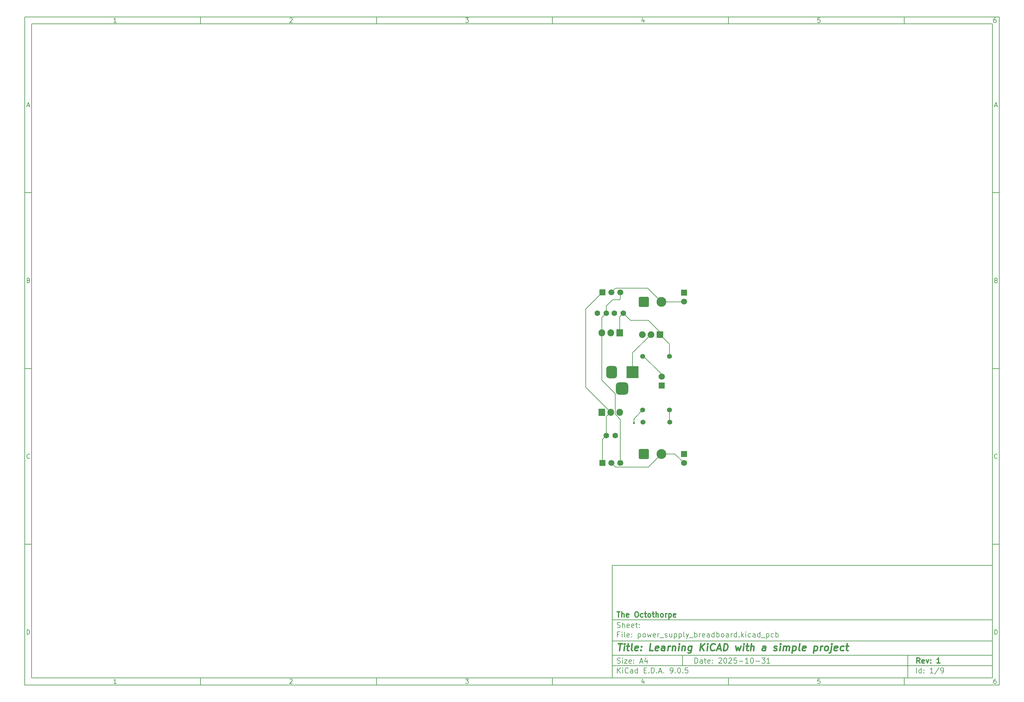
<source format=gtl>
%TF.GenerationSoftware,KiCad,Pcbnew,9.0.5*%
%TF.CreationDate,2025-11-01T14:32:35+06:00*%
%TF.ProjectId,power_supply_breadboard,706f7765-725f-4737-9570-706c795f6272,1*%
%TF.SameCoordinates,Original*%
%TF.FileFunction,Copper,L1,Top*%
%TF.FilePolarity,Positive*%
%FSLAX46Y46*%
G04 Gerber Fmt 4.6, Leading zero omitted, Abs format (unit mm)*
G04 Created by KiCad (PCBNEW 9.0.5) date 2025-11-01 14:32:35*
%MOMM*%
%LPD*%
G01*
G04 APERTURE LIST*
G04 Aperture macros list*
%AMRoundRect*
0 Rectangle with rounded corners*
0 $1 Rounding radius*
0 $2 $3 $4 $5 $6 $7 $8 $9 X,Y pos of 4 corners*
0 Add a 4 corners polygon primitive as box body*
4,1,4,$2,$3,$4,$5,$6,$7,$8,$9,$2,$3,0*
0 Add four circle primitives for the rounded corners*
1,1,$1+$1,$2,$3*
1,1,$1+$1,$4,$5*
1,1,$1+$1,$6,$7*
1,1,$1+$1,$8,$9*
0 Add four rect primitives between the rounded corners*
20,1,$1+$1,$2,$3,$4,$5,0*
20,1,$1+$1,$4,$5,$6,$7,0*
20,1,$1+$1,$6,$7,$8,$9,0*
20,1,$1+$1,$8,$9,$2,$3,0*%
G04 Aperture macros list end*
%ADD10C,0.100000*%
%ADD11C,0.150000*%
%ADD12C,0.300000*%
%ADD13C,0.400000*%
%TA.AperFunction,ComponentPad*%
%ADD14RoundRect,0.250001X-1.149999X-1.149999X1.149999X-1.149999X1.149999X1.149999X-1.149999X1.149999X0*%
%TD*%
%TA.AperFunction,ComponentPad*%
%ADD15C,2.800000*%
%TD*%
%TA.AperFunction,ComponentPad*%
%ADD16R,1.700000X1.700000*%
%TD*%
%TA.AperFunction,ComponentPad*%
%ADD17C,1.700000*%
%TD*%
%TA.AperFunction,ComponentPad*%
%ADD18R,1.905000X2.000000*%
%TD*%
%TA.AperFunction,ComponentPad*%
%ADD19O,1.905000X2.000000*%
%TD*%
%TA.AperFunction,ComponentPad*%
%ADD20C,1.400000*%
%TD*%
%TA.AperFunction,ComponentPad*%
%ADD21C,1.600000*%
%TD*%
%TA.AperFunction,ComponentPad*%
%ADD22R,3.500000X3.500000*%
%TD*%
%TA.AperFunction,ComponentPad*%
%ADD23RoundRect,0.750000X-0.750000X-1.000000X0.750000X-1.000000X0.750000X1.000000X-0.750000X1.000000X0*%
%TD*%
%TA.AperFunction,ComponentPad*%
%ADD24RoundRect,0.875000X-0.875000X-0.875000X0.875000X-0.875000X0.875000X0.875000X-0.875000X0.875000X0*%
%TD*%
%TA.AperFunction,ComponentPad*%
%ADD25R,1.900000X1.900000*%
%TD*%
%TA.AperFunction,ComponentPad*%
%ADD26C,1.900000*%
%TD*%
%TA.AperFunction,ComponentPad*%
%ADD27R,1.800000X1.800000*%
%TD*%
%TA.AperFunction,ComponentPad*%
%ADD28C,1.800000*%
%TD*%
%TA.AperFunction,ViaPad*%
%ADD29C,0.600000*%
%TD*%
%TA.AperFunction,Conductor*%
%ADD30C,0.200000*%
%TD*%
G04 APERTURE END LIST*
D10*
D11*
X177002200Y-166007200D02*
X285002200Y-166007200D01*
X285002200Y-198007200D01*
X177002200Y-198007200D01*
X177002200Y-166007200D01*
D10*
D11*
X10000000Y-10000000D02*
X287002200Y-10000000D01*
X287002200Y-200007200D01*
X10000000Y-200007200D01*
X10000000Y-10000000D01*
D10*
D11*
X12000000Y-12000000D02*
X285002200Y-12000000D01*
X285002200Y-198007200D01*
X12000000Y-198007200D01*
X12000000Y-12000000D01*
D10*
D11*
X60000000Y-12000000D02*
X60000000Y-10000000D01*
D10*
D11*
X110000000Y-12000000D02*
X110000000Y-10000000D01*
D10*
D11*
X160000000Y-12000000D02*
X160000000Y-10000000D01*
D10*
D11*
X210000000Y-12000000D02*
X210000000Y-10000000D01*
D10*
D11*
X260000000Y-12000000D02*
X260000000Y-10000000D01*
D10*
D11*
X36089160Y-11593604D02*
X35346303Y-11593604D01*
X35717731Y-11593604D02*
X35717731Y-10293604D01*
X35717731Y-10293604D02*
X35593922Y-10479319D01*
X35593922Y-10479319D02*
X35470112Y-10603128D01*
X35470112Y-10603128D02*
X35346303Y-10665033D01*
D10*
D11*
X85346303Y-10417414D02*
X85408207Y-10355509D01*
X85408207Y-10355509D02*
X85532017Y-10293604D01*
X85532017Y-10293604D02*
X85841541Y-10293604D01*
X85841541Y-10293604D02*
X85965350Y-10355509D01*
X85965350Y-10355509D02*
X86027255Y-10417414D01*
X86027255Y-10417414D02*
X86089160Y-10541223D01*
X86089160Y-10541223D02*
X86089160Y-10665033D01*
X86089160Y-10665033D02*
X86027255Y-10850747D01*
X86027255Y-10850747D02*
X85284398Y-11593604D01*
X85284398Y-11593604D02*
X86089160Y-11593604D01*
D10*
D11*
X135284398Y-10293604D02*
X136089160Y-10293604D01*
X136089160Y-10293604D02*
X135655826Y-10788842D01*
X135655826Y-10788842D02*
X135841541Y-10788842D01*
X135841541Y-10788842D02*
X135965350Y-10850747D01*
X135965350Y-10850747D02*
X136027255Y-10912652D01*
X136027255Y-10912652D02*
X136089160Y-11036461D01*
X136089160Y-11036461D02*
X136089160Y-11345985D01*
X136089160Y-11345985D02*
X136027255Y-11469795D01*
X136027255Y-11469795D02*
X135965350Y-11531700D01*
X135965350Y-11531700D02*
X135841541Y-11593604D01*
X135841541Y-11593604D02*
X135470112Y-11593604D01*
X135470112Y-11593604D02*
X135346303Y-11531700D01*
X135346303Y-11531700D02*
X135284398Y-11469795D01*
D10*
D11*
X185965350Y-10726938D02*
X185965350Y-11593604D01*
X185655826Y-10231700D02*
X185346303Y-11160271D01*
X185346303Y-11160271D02*
X186151064Y-11160271D01*
D10*
D11*
X236027255Y-10293604D02*
X235408207Y-10293604D01*
X235408207Y-10293604D02*
X235346303Y-10912652D01*
X235346303Y-10912652D02*
X235408207Y-10850747D01*
X235408207Y-10850747D02*
X235532017Y-10788842D01*
X235532017Y-10788842D02*
X235841541Y-10788842D01*
X235841541Y-10788842D02*
X235965350Y-10850747D01*
X235965350Y-10850747D02*
X236027255Y-10912652D01*
X236027255Y-10912652D02*
X236089160Y-11036461D01*
X236089160Y-11036461D02*
X236089160Y-11345985D01*
X236089160Y-11345985D02*
X236027255Y-11469795D01*
X236027255Y-11469795D02*
X235965350Y-11531700D01*
X235965350Y-11531700D02*
X235841541Y-11593604D01*
X235841541Y-11593604D02*
X235532017Y-11593604D01*
X235532017Y-11593604D02*
X235408207Y-11531700D01*
X235408207Y-11531700D02*
X235346303Y-11469795D01*
D10*
D11*
X285965350Y-10293604D02*
X285717731Y-10293604D01*
X285717731Y-10293604D02*
X285593922Y-10355509D01*
X285593922Y-10355509D02*
X285532017Y-10417414D01*
X285532017Y-10417414D02*
X285408207Y-10603128D01*
X285408207Y-10603128D02*
X285346303Y-10850747D01*
X285346303Y-10850747D02*
X285346303Y-11345985D01*
X285346303Y-11345985D02*
X285408207Y-11469795D01*
X285408207Y-11469795D02*
X285470112Y-11531700D01*
X285470112Y-11531700D02*
X285593922Y-11593604D01*
X285593922Y-11593604D02*
X285841541Y-11593604D01*
X285841541Y-11593604D02*
X285965350Y-11531700D01*
X285965350Y-11531700D02*
X286027255Y-11469795D01*
X286027255Y-11469795D02*
X286089160Y-11345985D01*
X286089160Y-11345985D02*
X286089160Y-11036461D01*
X286089160Y-11036461D02*
X286027255Y-10912652D01*
X286027255Y-10912652D02*
X285965350Y-10850747D01*
X285965350Y-10850747D02*
X285841541Y-10788842D01*
X285841541Y-10788842D02*
X285593922Y-10788842D01*
X285593922Y-10788842D02*
X285470112Y-10850747D01*
X285470112Y-10850747D02*
X285408207Y-10912652D01*
X285408207Y-10912652D02*
X285346303Y-11036461D01*
D10*
D11*
X60000000Y-198007200D02*
X60000000Y-200007200D01*
D10*
D11*
X110000000Y-198007200D02*
X110000000Y-200007200D01*
D10*
D11*
X160000000Y-198007200D02*
X160000000Y-200007200D01*
D10*
D11*
X210000000Y-198007200D02*
X210000000Y-200007200D01*
D10*
D11*
X260000000Y-198007200D02*
X260000000Y-200007200D01*
D10*
D11*
X36089160Y-199600804D02*
X35346303Y-199600804D01*
X35717731Y-199600804D02*
X35717731Y-198300804D01*
X35717731Y-198300804D02*
X35593922Y-198486519D01*
X35593922Y-198486519D02*
X35470112Y-198610328D01*
X35470112Y-198610328D02*
X35346303Y-198672233D01*
D10*
D11*
X85346303Y-198424614D02*
X85408207Y-198362709D01*
X85408207Y-198362709D02*
X85532017Y-198300804D01*
X85532017Y-198300804D02*
X85841541Y-198300804D01*
X85841541Y-198300804D02*
X85965350Y-198362709D01*
X85965350Y-198362709D02*
X86027255Y-198424614D01*
X86027255Y-198424614D02*
X86089160Y-198548423D01*
X86089160Y-198548423D02*
X86089160Y-198672233D01*
X86089160Y-198672233D02*
X86027255Y-198857947D01*
X86027255Y-198857947D02*
X85284398Y-199600804D01*
X85284398Y-199600804D02*
X86089160Y-199600804D01*
D10*
D11*
X135284398Y-198300804D02*
X136089160Y-198300804D01*
X136089160Y-198300804D02*
X135655826Y-198796042D01*
X135655826Y-198796042D02*
X135841541Y-198796042D01*
X135841541Y-198796042D02*
X135965350Y-198857947D01*
X135965350Y-198857947D02*
X136027255Y-198919852D01*
X136027255Y-198919852D02*
X136089160Y-199043661D01*
X136089160Y-199043661D02*
X136089160Y-199353185D01*
X136089160Y-199353185D02*
X136027255Y-199476995D01*
X136027255Y-199476995D02*
X135965350Y-199538900D01*
X135965350Y-199538900D02*
X135841541Y-199600804D01*
X135841541Y-199600804D02*
X135470112Y-199600804D01*
X135470112Y-199600804D02*
X135346303Y-199538900D01*
X135346303Y-199538900D02*
X135284398Y-199476995D01*
D10*
D11*
X185965350Y-198734138D02*
X185965350Y-199600804D01*
X185655826Y-198238900D02*
X185346303Y-199167471D01*
X185346303Y-199167471D02*
X186151064Y-199167471D01*
D10*
D11*
X236027255Y-198300804D02*
X235408207Y-198300804D01*
X235408207Y-198300804D02*
X235346303Y-198919852D01*
X235346303Y-198919852D02*
X235408207Y-198857947D01*
X235408207Y-198857947D02*
X235532017Y-198796042D01*
X235532017Y-198796042D02*
X235841541Y-198796042D01*
X235841541Y-198796042D02*
X235965350Y-198857947D01*
X235965350Y-198857947D02*
X236027255Y-198919852D01*
X236027255Y-198919852D02*
X236089160Y-199043661D01*
X236089160Y-199043661D02*
X236089160Y-199353185D01*
X236089160Y-199353185D02*
X236027255Y-199476995D01*
X236027255Y-199476995D02*
X235965350Y-199538900D01*
X235965350Y-199538900D02*
X235841541Y-199600804D01*
X235841541Y-199600804D02*
X235532017Y-199600804D01*
X235532017Y-199600804D02*
X235408207Y-199538900D01*
X235408207Y-199538900D02*
X235346303Y-199476995D01*
D10*
D11*
X285965350Y-198300804D02*
X285717731Y-198300804D01*
X285717731Y-198300804D02*
X285593922Y-198362709D01*
X285593922Y-198362709D02*
X285532017Y-198424614D01*
X285532017Y-198424614D02*
X285408207Y-198610328D01*
X285408207Y-198610328D02*
X285346303Y-198857947D01*
X285346303Y-198857947D02*
X285346303Y-199353185D01*
X285346303Y-199353185D02*
X285408207Y-199476995D01*
X285408207Y-199476995D02*
X285470112Y-199538900D01*
X285470112Y-199538900D02*
X285593922Y-199600804D01*
X285593922Y-199600804D02*
X285841541Y-199600804D01*
X285841541Y-199600804D02*
X285965350Y-199538900D01*
X285965350Y-199538900D02*
X286027255Y-199476995D01*
X286027255Y-199476995D02*
X286089160Y-199353185D01*
X286089160Y-199353185D02*
X286089160Y-199043661D01*
X286089160Y-199043661D02*
X286027255Y-198919852D01*
X286027255Y-198919852D02*
X285965350Y-198857947D01*
X285965350Y-198857947D02*
X285841541Y-198796042D01*
X285841541Y-198796042D02*
X285593922Y-198796042D01*
X285593922Y-198796042D02*
X285470112Y-198857947D01*
X285470112Y-198857947D02*
X285408207Y-198919852D01*
X285408207Y-198919852D02*
X285346303Y-199043661D01*
D10*
D11*
X10000000Y-60000000D02*
X12000000Y-60000000D01*
D10*
D11*
X10000000Y-110000000D02*
X12000000Y-110000000D01*
D10*
D11*
X10000000Y-160000000D02*
X12000000Y-160000000D01*
D10*
D11*
X10690476Y-35222176D02*
X11309523Y-35222176D01*
X10566666Y-35593604D02*
X10999999Y-34293604D01*
X10999999Y-34293604D02*
X11433333Y-35593604D01*
D10*
D11*
X11092857Y-84912652D02*
X11278571Y-84974557D01*
X11278571Y-84974557D02*
X11340476Y-85036461D01*
X11340476Y-85036461D02*
X11402380Y-85160271D01*
X11402380Y-85160271D02*
X11402380Y-85345985D01*
X11402380Y-85345985D02*
X11340476Y-85469795D01*
X11340476Y-85469795D02*
X11278571Y-85531700D01*
X11278571Y-85531700D02*
X11154761Y-85593604D01*
X11154761Y-85593604D02*
X10659523Y-85593604D01*
X10659523Y-85593604D02*
X10659523Y-84293604D01*
X10659523Y-84293604D02*
X11092857Y-84293604D01*
X11092857Y-84293604D02*
X11216666Y-84355509D01*
X11216666Y-84355509D02*
X11278571Y-84417414D01*
X11278571Y-84417414D02*
X11340476Y-84541223D01*
X11340476Y-84541223D02*
X11340476Y-84665033D01*
X11340476Y-84665033D02*
X11278571Y-84788842D01*
X11278571Y-84788842D02*
X11216666Y-84850747D01*
X11216666Y-84850747D02*
X11092857Y-84912652D01*
X11092857Y-84912652D02*
X10659523Y-84912652D01*
D10*
D11*
X11402380Y-135469795D02*
X11340476Y-135531700D01*
X11340476Y-135531700D02*
X11154761Y-135593604D01*
X11154761Y-135593604D02*
X11030952Y-135593604D01*
X11030952Y-135593604D02*
X10845238Y-135531700D01*
X10845238Y-135531700D02*
X10721428Y-135407890D01*
X10721428Y-135407890D02*
X10659523Y-135284080D01*
X10659523Y-135284080D02*
X10597619Y-135036461D01*
X10597619Y-135036461D02*
X10597619Y-134850747D01*
X10597619Y-134850747D02*
X10659523Y-134603128D01*
X10659523Y-134603128D02*
X10721428Y-134479319D01*
X10721428Y-134479319D02*
X10845238Y-134355509D01*
X10845238Y-134355509D02*
X11030952Y-134293604D01*
X11030952Y-134293604D02*
X11154761Y-134293604D01*
X11154761Y-134293604D02*
X11340476Y-134355509D01*
X11340476Y-134355509D02*
X11402380Y-134417414D01*
D10*
D11*
X10659523Y-185593604D02*
X10659523Y-184293604D01*
X10659523Y-184293604D02*
X10969047Y-184293604D01*
X10969047Y-184293604D02*
X11154761Y-184355509D01*
X11154761Y-184355509D02*
X11278571Y-184479319D01*
X11278571Y-184479319D02*
X11340476Y-184603128D01*
X11340476Y-184603128D02*
X11402380Y-184850747D01*
X11402380Y-184850747D02*
X11402380Y-185036461D01*
X11402380Y-185036461D02*
X11340476Y-185284080D01*
X11340476Y-185284080D02*
X11278571Y-185407890D01*
X11278571Y-185407890D02*
X11154761Y-185531700D01*
X11154761Y-185531700D02*
X10969047Y-185593604D01*
X10969047Y-185593604D02*
X10659523Y-185593604D01*
D10*
D11*
X287002200Y-60000000D02*
X285002200Y-60000000D01*
D10*
D11*
X287002200Y-110000000D02*
X285002200Y-110000000D01*
D10*
D11*
X287002200Y-160000000D02*
X285002200Y-160000000D01*
D10*
D11*
X285692676Y-35222176D02*
X286311723Y-35222176D01*
X285568866Y-35593604D02*
X286002199Y-34293604D01*
X286002199Y-34293604D02*
X286435533Y-35593604D01*
D10*
D11*
X286095057Y-84912652D02*
X286280771Y-84974557D01*
X286280771Y-84974557D02*
X286342676Y-85036461D01*
X286342676Y-85036461D02*
X286404580Y-85160271D01*
X286404580Y-85160271D02*
X286404580Y-85345985D01*
X286404580Y-85345985D02*
X286342676Y-85469795D01*
X286342676Y-85469795D02*
X286280771Y-85531700D01*
X286280771Y-85531700D02*
X286156961Y-85593604D01*
X286156961Y-85593604D02*
X285661723Y-85593604D01*
X285661723Y-85593604D02*
X285661723Y-84293604D01*
X285661723Y-84293604D02*
X286095057Y-84293604D01*
X286095057Y-84293604D02*
X286218866Y-84355509D01*
X286218866Y-84355509D02*
X286280771Y-84417414D01*
X286280771Y-84417414D02*
X286342676Y-84541223D01*
X286342676Y-84541223D02*
X286342676Y-84665033D01*
X286342676Y-84665033D02*
X286280771Y-84788842D01*
X286280771Y-84788842D02*
X286218866Y-84850747D01*
X286218866Y-84850747D02*
X286095057Y-84912652D01*
X286095057Y-84912652D02*
X285661723Y-84912652D01*
D10*
D11*
X286404580Y-135469795D02*
X286342676Y-135531700D01*
X286342676Y-135531700D02*
X286156961Y-135593604D01*
X286156961Y-135593604D02*
X286033152Y-135593604D01*
X286033152Y-135593604D02*
X285847438Y-135531700D01*
X285847438Y-135531700D02*
X285723628Y-135407890D01*
X285723628Y-135407890D02*
X285661723Y-135284080D01*
X285661723Y-135284080D02*
X285599819Y-135036461D01*
X285599819Y-135036461D02*
X285599819Y-134850747D01*
X285599819Y-134850747D02*
X285661723Y-134603128D01*
X285661723Y-134603128D02*
X285723628Y-134479319D01*
X285723628Y-134479319D02*
X285847438Y-134355509D01*
X285847438Y-134355509D02*
X286033152Y-134293604D01*
X286033152Y-134293604D02*
X286156961Y-134293604D01*
X286156961Y-134293604D02*
X286342676Y-134355509D01*
X286342676Y-134355509D02*
X286404580Y-134417414D01*
D10*
D11*
X285661723Y-185593604D02*
X285661723Y-184293604D01*
X285661723Y-184293604D02*
X285971247Y-184293604D01*
X285971247Y-184293604D02*
X286156961Y-184355509D01*
X286156961Y-184355509D02*
X286280771Y-184479319D01*
X286280771Y-184479319D02*
X286342676Y-184603128D01*
X286342676Y-184603128D02*
X286404580Y-184850747D01*
X286404580Y-184850747D02*
X286404580Y-185036461D01*
X286404580Y-185036461D02*
X286342676Y-185284080D01*
X286342676Y-185284080D02*
X286280771Y-185407890D01*
X286280771Y-185407890D02*
X286156961Y-185531700D01*
X286156961Y-185531700D02*
X285971247Y-185593604D01*
X285971247Y-185593604D02*
X285661723Y-185593604D01*
D10*
D11*
X200458026Y-193793328D02*
X200458026Y-192293328D01*
X200458026Y-192293328D02*
X200815169Y-192293328D01*
X200815169Y-192293328D02*
X201029455Y-192364757D01*
X201029455Y-192364757D02*
X201172312Y-192507614D01*
X201172312Y-192507614D02*
X201243741Y-192650471D01*
X201243741Y-192650471D02*
X201315169Y-192936185D01*
X201315169Y-192936185D02*
X201315169Y-193150471D01*
X201315169Y-193150471D02*
X201243741Y-193436185D01*
X201243741Y-193436185D02*
X201172312Y-193579042D01*
X201172312Y-193579042D02*
X201029455Y-193721900D01*
X201029455Y-193721900D02*
X200815169Y-193793328D01*
X200815169Y-193793328D02*
X200458026Y-193793328D01*
X202600884Y-193793328D02*
X202600884Y-193007614D01*
X202600884Y-193007614D02*
X202529455Y-192864757D01*
X202529455Y-192864757D02*
X202386598Y-192793328D01*
X202386598Y-192793328D02*
X202100884Y-192793328D01*
X202100884Y-192793328D02*
X201958026Y-192864757D01*
X202600884Y-193721900D02*
X202458026Y-193793328D01*
X202458026Y-193793328D02*
X202100884Y-193793328D01*
X202100884Y-193793328D02*
X201958026Y-193721900D01*
X201958026Y-193721900D02*
X201886598Y-193579042D01*
X201886598Y-193579042D02*
X201886598Y-193436185D01*
X201886598Y-193436185D02*
X201958026Y-193293328D01*
X201958026Y-193293328D02*
X202100884Y-193221900D01*
X202100884Y-193221900D02*
X202458026Y-193221900D01*
X202458026Y-193221900D02*
X202600884Y-193150471D01*
X203100884Y-192793328D02*
X203672312Y-192793328D01*
X203315169Y-192293328D02*
X203315169Y-193579042D01*
X203315169Y-193579042D02*
X203386598Y-193721900D01*
X203386598Y-193721900D02*
X203529455Y-193793328D01*
X203529455Y-193793328D02*
X203672312Y-193793328D01*
X204743741Y-193721900D02*
X204600884Y-193793328D01*
X204600884Y-193793328D02*
X204315170Y-193793328D01*
X204315170Y-193793328D02*
X204172312Y-193721900D01*
X204172312Y-193721900D02*
X204100884Y-193579042D01*
X204100884Y-193579042D02*
X204100884Y-193007614D01*
X204100884Y-193007614D02*
X204172312Y-192864757D01*
X204172312Y-192864757D02*
X204315170Y-192793328D01*
X204315170Y-192793328D02*
X204600884Y-192793328D01*
X204600884Y-192793328D02*
X204743741Y-192864757D01*
X204743741Y-192864757D02*
X204815170Y-193007614D01*
X204815170Y-193007614D02*
X204815170Y-193150471D01*
X204815170Y-193150471D02*
X204100884Y-193293328D01*
X205458026Y-193650471D02*
X205529455Y-193721900D01*
X205529455Y-193721900D02*
X205458026Y-193793328D01*
X205458026Y-193793328D02*
X205386598Y-193721900D01*
X205386598Y-193721900D02*
X205458026Y-193650471D01*
X205458026Y-193650471D02*
X205458026Y-193793328D01*
X205458026Y-192864757D02*
X205529455Y-192936185D01*
X205529455Y-192936185D02*
X205458026Y-193007614D01*
X205458026Y-193007614D02*
X205386598Y-192936185D01*
X205386598Y-192936185D02*
X205458026Y-192864757D01*
X205458026Y-192864757D02*
X205458026Y-193007614D01*
X207243741Y-192436185D02*
X207315169Y-192364757D01*
X207315169Y-192364757D02*
X207458027Y-192293328D01*
X207458027Y-192293328D02*
X207815169Y-192293328D01*
X207815169Y-192293328D02*
X207958027Y-192364757D01*
X207958027Y-192364757D02*
X208029455Y-192436185D01*
X208029455Y-192436185D02*
X208100884Y-192579042D01*
X208100884Y-192579042D02*
X208100884Y-192721900D01*
X208100884Y-192721900D02*
X208029455Y-192936185D01*
X208029455Y-192936185D02*
X207172312Y-193793328D01*
X207172312Y-193793328D02*
X208100884Y-193793328D01*
X209029455Y-192293328D02*
X209172312Y-192293328D01*
X209172312Y-192293328D02*
X209315169Y-192364757D01*
X209315169Y-192364757D02*
X209386598Y-192436185D01*
X209386598Y-192436185D02*
X209458026Y-192579042D01*
X209458026Y-192579042D02*
X209529455Y-192864757D01*
X209529455Y-192864757D02*
X209529455Y-193221900D01*
X209529455Y-193221900D02*
X209458026Y-193507614D01*
X209458026Y-193507614D02*
X209386598Y-193650471D01*
X209386598Y-193650471D02*
X209315169Y-193721900D01*
X209315169Y-193721900D02*
X209172312Y-193793328D01*
X209172312Y-193793328D02*
X209029455Y-193793328D01*
X209029455Y-193793328D02*
X208886598Y-193721900D01*
X208886598Y-193721900D02*
X208815169Y-193650471D01*
X208815169Y-193650471D02*
X208743740Y-193507614D01*
X208743740Y-193507614D02*
X208672312Y-193221900D01*
X208672312Y-193221900D02*
X208672312Y-192864757D01*
X208672312Y-192864757D02*
X208743740Y-192579042D01*
X208743740Y-192579042D02*
X208815169Y-192436185D01*
X208815169Y-192436185D02*
X208886598Y-192364757D01*
X208886598Y-192364757D02*
X209029455Y-192293328D01*
X210100883Y-192436185D02*
X210172311Y-192364757D01*
X210172311Y-192364757D02*
X210315169Y-192293328D01*
X210315169Y-192293328D02*
X210672311Y-192293328D01*
X210672311Y-192293328D02*
X210815169Y-192364757D01*
X210815169Y-192364757D02*
X210886597Y-192436185D01*
X210886597Y-192436185D02*
X210958026Y-192579042D01*
X210958026Y-192579042D02*
X210958026Y-192721900D01*
X210958026Y-192721900D02*
X210886597Y-192936185D01*
X210886597Y-192936185D02*
X210029454Y-193793328D01*
X210029454Y-193793328D02*
X210958026Y-193793328D01*
X212315168Y-192293328D02*
X211600882Y-192293328D01*
X211600882Y-192293328D02*
X211529454Y-193007614D01*
X211529454Y-193007614D02*
X211600882Y-192936185D01*
X211600882Y-192936185D02*
X211743740Y-192864757D01*
X211743740Y-192864757D02*
X212100882Y-192864757D01*
X212100882Y-192864757D02*
X212243740Y-192936185D01*
X212243740Y-192936185D02*
X212315168Y-193007614D01*
X212315168Y-193007614D02*
X212386597Y-193150471D01*
X212386597Y-193150471D02*
X212386597Y-193507614D01*
X212386597Y-193507614D02*
X212315168Y-193650471D01*
X212315168Y-193650471D02*
X212243740Y-193721900D01*
X212243740Y-193721900D02*
X212100882Y-193793328D01*
X212100882Y-193793328D02*
X211743740Y-193793328D01*
X211743740Y-193793328D02*
X211600882Y-193721900D01*
X211600882Y-193721900D02*
X211529454Y-193650471D01*
X213029453Y-193221900D02*
X214172311Y-193221900D01*
X215672311Y-193793328D02*
X214815168Y-193793328D01*
X215243739Y-193793328D02*
X215243739Y-192293328D01*
X215243739Y-192293328D02*
X215100882Y-192507614D01*
X215100882Y-192507614D02*
X214958025Y-192650471D01*
X214958025Y-192650471D02*
X214815168Y-192721900D01*
X216600882Y-192293328D02*
X216743739Y-192293328D01*
X216743739Y-192293328D02*
X216886596Y-192364757D01*
X216886596Y-192364757D02*
X216958025Y-192436185D01*
X216958025Y-192436185D02*
X217029453Y-192579042D01*
X217029453Y-192579042D02*
X217100882Y-192864757D01*
X217100882Y-192864757D02*
X217100882Y-193221900D01*
X217100882Y-193221900D02*
X217029453Y-193507614D01*
X217029453Y-193507614D02*
X216958025Y-193650471D01*
X216958025Y-193650471D02*
X216886596Y-193721900D01*
X216886596Y-193721900D02*
X216743739Y-193793328D01*
X216743739Y-193793328D02*
X216600882Y-193793328D01*
X216600882Y-193793328D02*
X216458025Y-193721900D01*
X216458025Y-193721900D02*
X216386596Y-193650471D01*
X216386596Y-193650471D02*
X216315167Y-193507614D01*
X216315167Y-193507614D02*
X216243739Y-193221900D01*
X216243739Y-193221900D02*
X216243739Y-192864757D01*
X216243739Y-192864757D02*
X216315167Y-192579042D01*
X216315167Y-192579042D02*
X216386596Y-192436185D01*
X216386596Y-192436185D02*
X216458025Y-192364757D01*
X216458025Y-192364757D02*
X216600882Y-192293328D01*
X217743738Y-193221900D02*
X218886596Y-193221900D01*
X219458024Y-192293328D02*
X220386596Y-192293328D01*
X220386596Y-192293328D02*
X219886596Y-192864757D01*
X219886596Y-192864757D02*
X220100881Y-192864757D01*
X220100881Y-192864757D02*
X220243739Y-192936185D01*
X220243739Y-192936185D02*
X220315167Y-193007614D01*
X220315167Y-193007614D02*
X220386596Y-193150471D01*
X220386596Y-193150471D02*
X220386596Y-193507614D01*
X220386596Y-193507614D02*
X220315167Y-193650471D01*
X220315167Y-193650471D02*
X220243739Y-193721900D01*
X220243739Y-193721900D02*
X220100881Y-193793328D01*
X220100881Y-193793328D02*
X219672310Y-193793328D01*
X219672310Y-193793328D02*
X219529453Y-193721900D01*
X219529453Y-193721900D02*
X219458024Y-193650471D01*
X221815167Y-193793328D02*
X220958024Y-193793328D01*
X221386595Y-193793328D02*
X221386595Y-192293328D01*
X221386595Y-192293328D02*
X221243738Y-192507614D01*
X221243738Y-192507614D02*
X221100881Y-192650471D01*
X221100881Y-192650471D02*
X220958024Y-192721900D01*
D10*
D11*
X177002200Y-194507200D02*
X285002200Y-194507200D01*
D10*
D11*
X178458026Y-196593328D02*
X178458026Y-195093328D01*
X179315169Y-196593328D02*
X178672312Y-195736185D01*
X179315169Y-195093328D02*
X178458026Y-195950471D01*
X179958026Y-196593328D02*
X179958026Y-195593328D01*
X179958026Y-195093328D02*
X179886598Y-195164757D01*
X179886598Y-195164757D02*
X179958026Y-195236185D01*
X179958026Y-195236185D02*
X180029455Y-195164757D01*
X180029455Y-195164757D02*
X179958026Y-195093328D01*
X179958026Y-195093328D02*
X179958026Y-195236185D01*
X181529455Y-196450471D02*
X181458027Y-196521900D01*
X181458027Y-196521900D02*
X181243741Y-196593328D01*
X181243741Y-196593328D02*
X181100884Y-196593328D01*
X181100884Y-196593328D02*
X180886598Y-196521900D01*
X180886598Y-196521900D02*
X180743741Y-196379042D01*
X180743741Y-196379042D02*
X180672312Y-196236185D01*
X180672312Y-196236185D02*
X180600884Y-195950471D01*
X180600884Y-195950471D02*
X180600884Y-195736185D01*
X180600884Y-195736185D02*
X180672312Y-195450471D01*
X180672312Y-195450471D02*
X180743741Y-195307614D01*
X180743741Y-195307614D02*
X180886598Y-195164757D01*
X180886598Y-195164757D02*
X181100884Y-195093328D01*
X181100884Y-195093328D02*
X181243741Y-195093328D01*
X181243741Y-195093328D02*
X181458027Y-195164757D01*
X181458027Y-195164757D02*
X181529455Y-195236185D01*
X182815170Y-196593328D02*
X182815170Y-195807614D01*
X182815170Y-195807614D02*
X182743741Y-195664757D01*
X182743741Y-195664757D02*
X182600884Y-195593328D01*
X182600884Y-195593328D02*
X182315170Y-195593328D01*
X182315170Y-195593328D02*
X182172312Y-195664757D01*
X182815170Y-196521900D02*
X182672312Y-196593328D01*
X182672312Y-196593328D02*
X182315170Y-196593328D01*
X182315170Y-196593328D02*
X182172312Y-196521900D01*
X182172312Y-196521900D02*
X182100884Y-196379042D01*
X182100884Y-196379042D02*
X182100884Y-196236185D01*
X182100884Y-196236185D02*
X182172312Y-196093328D01*
X182172312Y-196093328D02*
X182315170Y-196021900D01*
X182315170Y-196021900D02*
X182672312Y-196021900D01*
X182672312Y-196021900D02*
X182815170Y-195950471D01*
X184172313Y-196593328D02*
X184172313Y-195093328D01*
X184172313Y-196521900D02*
X184029455Y-196593328D01*
X184029455Y-196593328D02*
X183743741Y-196593328D01*
X183743741Y-196593328D02*
X183600884Y-196521900D01*
X183600884Y-196521900D02*
X183529455Y-196450471D01*
X183529455Y-196450471D02*
X183458027Y-196307614D01*
X183458027Y-196307614D02*
X183458027Y-195879042D01*
X183458027Y-195879042D02*
X183529455Y-195736185D01*
X183529455Y-195736185D02*
X183600884Y-195664757D01*
X183600884Y-195664757D02*
X183743741Y-195593328D01*
X183743741Y-195593328D02*
X184029455Y-195593328D01*
X184029455Y-195593328D02*
X184172313Y-195664757D01*
X186029455Y-195807614D02*
X186529455Y-195807614D01*
X186743741Y-196593328D02*
X186029455Y-196593328D01*
X186029455Y-196593328D02*
X186029455Y-195093328D01*
X186029455Y-195093328D02*
X186743741Y-195093328D01*
X187386598Y-196450471D02*
X187458027Y-196521900D01*
X187458027Y-196521900D02*
X187386598Y-196593328D01*
X187386598Y-196593328D02*
X187315170Y-196521900D01*
X187315170Y-196521900D02*
X187386598Y-196450471D01*
X187386598Y-196450471D02*
X187386598Y-196593328D01*
X188100884Y-196593328D02*
X188100884Y-195093328D01*
X188100884Y-195093328D02*
X188458027Y-195093328D01*
X188458027Y-195093328D02*
X188672313Y-195164757D01*
X188672313Y-195164757D02*
X188815170Y-195307614D01*
X188815170Y-195307614D02*
X188886599Y-195450471D01*
X188886599Y-195450471D02*
X188958027Y-195736185D01*
X188958027Y-195736185D02*
X188958027Y-195950471D01*
X188958027Y-195950471D02*
X188886599Y-196236185D01*
X188886599Y-196236185D02*
X188815170Y-196379042D01*
X188815170Y-196379042D02*
X188672313Y-196521900D01*
X188672313Y-196521900D02*
X188458027Y-196593328D01*
X188458027Y-196593328D02*
X188100884Y-196593328D01*
X189600884Y-196450471D02*
X189672313Y-196521900D01*
X189672313Y-196521900D02*
X189600884Y-196593328D01*
X189600884Y-196593328D02*
X189529456Y-196521900D01*
X189529456Y-196521900D02*
X189600884Y-196450471D01*
X189600884Y-196450471D02*
X189600884Y-196593328D01*
X190243742Y-196164757D02*
X190958028Y-196164757D01*
X190100885Y-196593328D02*
X190600885Y-195093328D01*
X190600885Y-195093328D02*
X191100885Y-196593328D01*
X191600884Y-196450471D02*
X191672313Y-196521900D01*
X191672313Y-196521900D02*
X191600884Y-196593328D01*
X191600884Y-196593328D02*
X191529456Y-196521900D01*
X191529456Y-196521900D02*
X191600884Y-196450471D01*
X191600884Y-196450471D02*
X191600884Y-196593328D01*
X193529456Y-196593328D02*
X193815170Y-196593328D01*
X193815170Y-196593328D02*
X193958027Y-196521900D01*
X193958027Y-196521900D02*
X194029456Y-196450471D01*
X194029456Y-196450471D02*
X194172313Y-196236185D01*
X194172313Y-196236185D02*
X194243742Y-195950471D01*
X194243742Y-195950471D02*
X194243742Y-195379042D01*
X194243742Y-195379042D02*
X194172313Y-195236185D01*
X194172313Y-195236185D02*
X194100885Y-195164757D01*
X194100885Y-195164757D02*
X193958027Y-195093328D01*
X193958027Y-195093328D02*
X193672313Y-195093328D01*
X193672313Y-195093328D02*
X193529456Y-195164757D01*
X193529456Y-195164757D02*
X193458027Y-195236185D01*
X193458027Y-195236185D02*
X193386599Y-195379042D01*
X193386599Y-195379042D02*
X193386599Y-195736185D01*
X193386599Y-195736185D02*
X193458027Y-195879042D01*
X193458027Y-195879042D02*
X193529456Y-195950471D01*
X193529456Y-195950471D02*
X193672313Y-196021900D01*
X193672313Y-196021900D02*
X193958027Y-196021900D01*
X193958027Y-196021900D02*
X194100885Y-195950471D01*
X194100885Y-195950471D02*
X194172313Y-195879042D01*
X194172313Y-195879042D02*
X194243742Y-195736185D01*
X194886598Y-196450471D02*
X194958027Y-196521900D01*
X194958027Y-196521900D02*
X194886598Y-196593328D01*
X194886598Y-196593328D02*
X194815170Y-196521900D01*
X194815170Y-196521900D02*
X194886598Y-196450471D01*
X194886598Y-196450471D02*
X194886598Y-196593328D01*
X195886599Y-195093328D02*
X196029456Y-195093328D01*
X196029456Y-195093328D02*
X196172313Y-195164757D01*
X196172313Y-195164757D02*
X196243742Y-195236185D01*
X196243742Y-195236185D02*
X196315170Y-195379042D01*
X196315170Y-195379042D02*
X196386599Y-195664757D01*
X196386599Y-195664757D02*
X196386599Y-196021900D01*
X196386599Y-196021900D02*
X196315170Y-196307614D01*
X196315170Y-196307614D02*
X196243742Y-196450471D01*
X196243742Y-196450471D02*
X196172313Y-196521900D01*
X196172313Y-196521900D02*
X196029456Y-196593328D01*
X196029456Y-196593328D02*
X195886599Y-196593328D01*
X195886599Y-196593328D02*
X195743742Y-196521900D01*
X195743742Y-196521900D02*
X195672313Y-196450471D01*
X195672313Y-196450471D02*
X195600884Y-196307614D01*
X195600884Y-196307614D02*
X195529456Y-196021900D01*
X195529456Y-196021900D02*
X195529456Y-195664757D01*
X195529456Y-195664757D02*
X195600884Y-195379042D01*
X195600884Y-195379042D02*
X195672313Y-195236185D01*
X195672313Y-195236185D02*
X195743742Y-195164757D01*
X195743742Y-195164757D02*
X195886599Y-195093328D01*
X197029455Y-196450471D02*
X197100884Y-196521900D01*
X197100884Y-196521900D02*
X197029455Y-196593328D01*
X197029455Y-196593328D02*
X196958027Y-196521900D01*
X196958027Y-196521900D02*
X197029455Y-196450471D01*
X197029455Y-196450471D02*
X197029455Y-196593328D01*
X198458027Y-195093328D02*
X197743741Y-195093328D01*
X197743741Y-195093328D02*
X197672313Y-195807614D01*
X197672313Y-195807614D02*
X197743741Y-195736185D01*
X197743741Y-195736185D02*
X197886599Y-195664757D01*
X197886599Y-195664757D02*
X198243741Y-195664757D01*
X198243741Y-195664757D02*
X198386599Y-195736185D01*
X198386599Y-195736185D02*
X198458027Y-195807614D01*
X198458027Y-195807614D02*
X198529456Y-195950471D01*
X198529456Y-195950471D02*
X198529456Y-196307614D01*
X198529456Y-196307614D02*
X198458027Y-196450471D01*
X198458027Y-196450471D02*
X198386599Y-196521900D01*
X198386599Y-196521900D02*
X198243741Y-196593328D01*
X198243741Y-196593328D02*
X197886599Y-196593328D01*
X197886599Y-196593328D02*
X197743741Y-196521900D01*
X197743741Y-196521900D02*
X197672313Y-196450471D01*
D10*
D11*
X177002200Y-191507200D02*
X285002200Y-191507200D01*
D10*
D12*
X264413853Y-193785528D02*
X263913853Y-193071242D01*
X263556710Y-193785528D02*
X263556710Y-192285528D01*
X263556710Y-192285528D02*
X264128139Y-192285528D01*
X264128139Y-192285528D02*
X264270996Y-192356957D01*
X264270996Y-192356957D02*
X264342425Y-192428385D01*
X264342425Y-192428385D02*
X264413853Y-192571242D01*
X264413853Y-192571242D02*
X264413853Y-192785528D01*
X264413853Y-192785528D02*
X264342425Y-192928385D01*
X264342425Y-192928385D02*
X264270996Y-192999814D01*
X264270996Y-192999814D02*
X264128139Y-193071242D01*
X264128139Y-193071242D02*
X263556710Y-193071242D01*
X265628139Y-193714100D02*
X265485282Y-193785528D01*
X265485282Y-193785528D02*
X265199568Y-193785528D01*
X265199568Y-193785528D02*
X265056710Y-193714100D01*
X265056710Y-193714100D02*
X264985282Y-193571242D01*
X264985282Y-193571242D02*
X264985282Y-192999814D01*
X264985282Y-192999814D02*
X265056710Y-192856957D01*
X265056710Y-192856957D02*
X265199568Y-192785528D01*
X265199568Y-192785528D02*
X265485282Y-192785528D01*
X265485282Y-192785528D02*
X265628139Y-192856957D01*
X265628139Y-192856957D02*
X265699568Y-192999814D01*
X265699568Y-192999814D02*
X265699568Y-193142671D01*
X265699568Y-193142671D02*
X264985282Y-193285528D01*
X266199567Y-192785528D02*
X266556710Y-193785528D01*
X266556710Y-193785528D02*
X266913853Y-192785528D01*
X267485281Y-193642671D02*
X267556710Y-193714100D01*
X267556710Y-193714100D02*
X267485281Y-193785528D01*
X267485281Y-193785528D02*
X267413853Y-193714100D01*
X267413853Y-193714100D02*
X267485281Y-193642671D01*
X267485281Y-193642671D02*
X267485281Y-193785528D01*
X267485281Y-192856957D02*
X267556710Y-192928385D01*
X267556710Y-192928385D02*
X267485281Y-192999814D01*
X267485281Y-192999814D02*
X267413853Y-192928385D01*
X267413853Y-192928385D02*
X267485281Y-192856957D01*
X267485281Y-192856957D02*
X267485281Y-192999814D01*
X270128139Y-193785528D02*
X269270996Y-193785528D01*
X269699567Y-193785528D02*
X269699567Y-192285528D01*
X269699567Y-192285528D02*
X269556710Y-192499814D01*
X269556710Y-192499814D02*
X269413853Y-192642671D01*
X269413853Y-192642671D02*
X269270996Y-192714100D01*
D10*
D11*
X178386598Y-193721900D02*
X178600884Y-193793328D01*
X178600884Y-193793328D02*
X178958026Y-193793328D01*
X178958026Y-193793328D02*
X179100884Y-193721900D01*
X179100884Y-193721900D02*
X179172312Y-193650471D01*
X179172312Y-193650471D02*
X179243741Y-193507614D01*
X179243741Y-193507614D02*
X179243741Y-193364757D01*
X179243741Y-193364757D02*
X179172312Y-193221900D01*
X179172312Y-193221900D02*
X179100884Y-193150471D01*
X179100884Y-193150471D02*
X178958026Y-193079042D01*
X178958026Y-193079042D02*
X178672312Y-193007614D01*
X178672312Y-193007614D02*
X178529455Y-192936185D01*
X178529455Y-192936185D02*
X178458026Y-192864757D01*
X178458026Y-192864757D02*
X178386598Y-192721900D01*
X178386598Y-192721900D02*
X178386598Y-192579042D01*
X178386598Y-192579042D02*
X178458026Y-192436185D01*
X178458026Y-192436185D02*
X178529455Y-192364757D01*
X178529455Y-192364757D02*
X178672312Y-192293328D01*
X178672312Y-192293328D02*
X179029455Y-192293328D01*
X179029455Y-192293328D02*
X179243741Y-192364757D01*
X179886597Y-193793328D02*
X179886597Y-192793328D01*
X179886597Y-192293328D02*
X179815169Y-192364757D01*
X179815169Y-192364757D02*
X179886597Y-192436185D01*
X179886597Y-192436185D02*
X179958026Y-192364757D01*
X179958026Y-192364757D02*
X179886597Y-192293328D01*
X179886597Y-192293328D02*
X179886597Y-192436185D01*
X180458026Y-192793328D02*
X181243741Y-192793328D01*
X181243741Y-192793328D02*
X180458026Y-193793328D01*
X180458026Y-193793328D02*
X181243741Y-193793328D01*
X182386598Y-193721900D02*
X182243741Y-193793328D01*
X182243741Y-193793328D02*
X181958027Y-193793328D01*
X181958027Y-193793328D02*
X181815169Y-193721900D01*
X181815169Y-193721900D02*
X181743741Y-193579042D01*
X181743741Y-193579042D02*
X181743741Y-193007614D01*
X181743741Y-193007614D02*
X181815169Y-192864757D01*
X181815169Y-192864757D02*
X181958027Y-192793328D01*
X181958027Y-192793328D02*
X182243741Y-192793328D01*
X182243741Y-192793328D02*
X182386598Y-192864757D01*
X182386598Y-192864757D02*
X182458027Y-193007614D01*
X182458027Y-193007614D02*
X182458027Y-193150471D01*
X182458027Y-193150471D02*
X181743741Y-193293328D01*
X183100883Y-193650471D02*
X183172312Y-193721900D01*
X183172312Y-193721900D02*
X183100883Y-193793328D01*
X183100883Y-193793328D02*
X183029455Y-193721900D01*
X183029455Y-193721900D02*
X183100883Y-193650471D01*
X183100883Y-193650471D02*
X183100883Y-193793328D01*
X183100883Y-192864757D02*
X183172312Y-192936185D01*
X183172312Y-192936185D02*
X183100883Y-193007614D01*
X183100883Y-193007614D02*
X183029455Y-192936185D01*
X183029455Y-192936185D02*
X183100883Y-192864757D01*
X183100883Y-192864757D02*
X183100883Y-193007614D01*
X184886598Y-193364757D02*
X185600884Y-193364757D01*
X184743741Y-193793328D02*
X185243741Y-192293328D01*
X185243741Y-192293328D02*
X185743741Y-193793328D01*
X186886598Y-192793328D02*
X186886598Y-193793328D01*
X186529455Y-192221900D02*
X186172312Y-193293328D01*
X186172312Y-193293328D02*
X187100883Y-193293328D01*
D10*
D11*
X263458026Y-196593328D02*
X263458026Y-195093328D01*
X264815170Y-196593328D02*
X264815170Y-195093328D01*
X264815170Y-196521900D02*
X264672312Y-196593328D01*
X264672312Y-196593328D02*
X264386598Y-196593328D01*
X264386598Y-196593328D02*
X264243741Y-196521900D01*
X264243741Y-196521900D02*
X264172312Y-196450471D01*
X264172312Y-196450471D02*
X264100884Y-196307614D01*
X264100884Y-196307614D02*
X264100884Y-195879042D01*
X264100884Y-195879042D02*
X264172312Y-195736185D01*
X264172312Y-195736185D02*
X264243741Y-195664757D01*
X264243741Y-195664757D02*
X264386598Y-195593328D01*
X264386598Y-195593328D02*
X264672312Y-195593328D01*
X264672312Y-195593328D02*
X264815170Y-195664757D01*
X265529455Y-196450471D02*
X265600884Y-196521900D01*
X265600884Y-196521900D02*
X265529455Y-196593328D01*
X265529455Y-196593328D02*
X265458027Y-196521900D01*
X265458027Y-196521900D02*
X265529455Y-196450471D01*
X265529455Y-196450471D02*
X265529455Y-196593328D01*
X265529455Y-195664757D02*
X265600884Y-195736185D01*
X265600884Y-195736185D02*
X265529455Y-195807614D01*
X265529455Y-195807614D02*
X265458027Y-195736185D01*
X265458027Y-195736185D02*
X265529455Y-195664757D01*
X265529455Y-195664757D02*
X265529455Y-195807614D01*
X268172313Y-196593328D02*
X267315170Y-196593328D01*
X267743741Y-196593328D02*
X267743741Y-195093328D01*
X267743741Y-195093328D02*
X267600884Y-195307614D01*
X267600884Y-195307614D02*
X267458027Y-195450471D01*
X267458027Y-195450471D02*
X267315170Y-195521900D01*
X269886598Y-195021900D02*
X268600884Y-196950471D01*
X270458027Y-196593328D02*
X270743741Y-196593328D01*
X270743741Y-196593328D02*
X270886598Y-196521900D01*
X270886598Y-196521900D02*
X270958027Y-196450471D01*
X270958027Y-196450471D02*
X271100884Y-196236185D01*
X271100884Y-196236185D02*
X271172313Y-195950471D01*
X271172313Y-195950471D02*
X271172313Y-195379042D01*
X271172313Y-195379042D02*
X271100884Y-195236185D01*
X271100884Y-195236185D02*
X271029456Y-195164757D01*
X271029456Y-195164757D02*
X270886598Y-195093328D01*
X270886598Y-195093328D02*
X270600884Y-195093328D01*
X270600884Y-195093328D02*
X270458027Y-195164757D01*
X270458027Y-195164757D02*
X270386598Y-195236185D01*
X270386598Y-195236185D02*
X270315170Y-195379042D01*
X270315170Y-195379042D02*
X270315170Y-195736185D01*
X270315170Y-195736185D02*
X270386598Y-195879042D01*
X270386598Y-195879042D02*
X270458027Y-195950471D01*
X270458027Y-195950471D02*
X270600884Y-196021900D01*
X270600884Y-196021900D02*
X270886598Y-196021900D01*
X270886598Y-196021900D02*
X271029456Y-195950471D01*
X271029456Y-195950471D02*
X271100884Y-195879042D01*
X271100884Y-195879042D02*
X271172313Y-195736185D01*
D10*
D11*
X177002200Y-187507200D02*
X285002200Y-187507200D01*
D10*
D13*
X178693928Y-188211638D02*
X179836785Y-188211638D01*
X179015357Y-190211638D02*
X179265357Y-188211638D01*
X180253452Y-190211638D02*
X180420119Y-188878304D01*
X180503452Y-188211638D02*
X180396309Y-188306876D01*
X180396309Y-188306876D02*
X180479643Y-188402114D01*
X180479643Y-188402114D02*
X180586786Y-188306876D01*
X180586786Y-188306876D02*
X180503452Y-188211638D01*
X180503452Y-188211638D02*
X180479643Y-188402114D01*
X181086786Y-188878304D02*
X181848690Y-188878304D01*
X181455833Y-188211638D02*
X181241548Y-189925923D01*
X181241548Y-189925923D02*
X181312976Y-190116400D01*
X181312976Y-190116400D02*
X181491548Y-190211638D01*
X181491548Y-190211638D02*
X181682024Y-190211638D01*
X182634405Y-190211638D02*
X182455833Y-190116400D01*
X182455833Y-190116400D02*
X182384405Y-189925923D01*
X182384405Y-189925923D02*
X182598690Y-188211638D01*
X184170119Y-190116400D02*
X183967738Y-190211638D01*
X183967738Y-190211638D02*
X183586785Y-190211638D01*
X183586785Y-190211638D02*
X183408214Y-190116400D01*
X183408214Y-190116400D02*
X183336785Y-189925923D01*
X183336785Y-189925923D02*
X183432024Y-189164019D01*
X183432024Y-189164019D02*
X183551071Y-188973542D01*
X183551071Y-188973542D02*
X183753452Y-188878304D01*
X183753452Y-188878304D02*
X184134404Y-188878304D01*
X184134404Y-188878304D02*
X184312976Y-188973542D01*
X184312976Y-188973542D02*
X184384404Y-189164019D01*
X184384404Y-189164019D02*
X184360595Y-189354495D01*
X184360595Y-189354495D02*
X183384404Y-189544971D01*
X185134405Y-190021161D02*
X185217738Y-190116400D01*
X185217738Y-190116400D02*
X185110595Y-190211638D01*
X185110595Y-190211638D02*
X185027262Y-190116400D01*
X185027262Y-190116400D02*
X185134405Y-190021161D01*
X185134405Y-190021161D02*
X185110595Y-190211638D01*
X185265357Y-188973542D02*
X185348690Y-189068780D01*
X185348690Y-189068780D02*
X185241548Y-189164019D01*
X185241548Y-189164019D02*
X185158214Y-189068780D01*
X185158214Y-189068780D02*
X185265357Y-188973542D01*
X185265357Y-188973542D02*
X185241548Y-189164019D01*
X188539167Y-190211638D02*
X187586786Y-190211638D01*
X187586786Y-190211638D02*
X187836786Y-188211638D01*
X189979644Y-190116400D02*
X189777263Y-190211638D01*
X189777263Y-190211638D02*
X189396310Y-190211638D01*
X189396310Y-190211638D02*
X189217739Y-190116400D01*
X189217739Y-190116400D02*
X189146310Y-189925923D01*
X189146310Y-189925923D02*
X189241549Y-189164019D01*
X189241549Y-189164019D02*
X189360596Y-188973542D01*
X189360596Y-188973542D02*
X189562977Y-188878304D01*
X189562977Y-188878304D02*
X189943929Y-188878304D01*
X189943929Y-188878304D02*
X190122501Y-188973542D01*
X190122501Y-188973542D02*
X190193929Y-189164019D01*
X190193929Y-189164019D02*
X190170120Y-189354495D01*
X190170120Y-189354495D02*
X189193929Y-189544971D01*
X191777263Y-190211638D02*
X191908215Y-189164019D01*
X191908215Y-189164019D02*
X191836787Y-188973542D01*
X191836787Y-188973542D02*
X191658215Y-188878304D01*
X191658215Y-188878304D02*
X191277263Y-188878304D01*
X191277263Y-188878304D02*
X191074882Y-188973542D01*
X191789168Y-190116400D02*
X191586787Y-190211638D01*
X191586787Y-190211638D02*
X191110596Y-190211638D01*
X191110596Y-190211638D02*
X190932025Y-190116400D01*
X190932025Y-190116400D02*
X190860596Y-189925923D01*
X190860596Y-189925923D02*
X190884406Y-189735447D01*
X190884406Y-189735447D02*
X191003454Y-189544971D01*
X191003454Y-189544971D02*
X191205835Y-189449733D01*
X191205835Y-189449733D02*
X191682025Y-189449733D01*
X191682025Y-189449733D02*
X191884406Y-189354495D01*
X192729644Y-190211638D02*
X192896311Y-188878304D01*
X192848692Y-189259257D02*
X192967739Y-189068780D01*
X192967739Y-189068780D02*
X193074882Y-188973542D01*
X193074882Y-188973542D02*
X193277263Y-188878304D01*
X193277263Y-188878304D02*
X193467739Y-188878304D01*
X194134406Y-188878304D02*
X193967739Y-190211638D01*
X194110596Y-189068780D02*
X194217739Y-188973542D01*
X194217739Y-188973542D02*
X194420120Y-188878304D01*
X194420120Y-188878304D02*
X194705834Y-188878304D01*
X194705834Y-188878304D02*
X194884406Y-188973542D01*
X194884406Y-188973542D02*
X194955834Y-189164019D01*
X194955834Y-189164019D02*
X194824882Y-190211638D01*
X195777263Y-190211638D02*
X195943930Y-188878304D01*
X196027263Y-188211638D02*
X195920120Y-188306876D01*
X195920120Y-188306876D02*
X196003454Y-188402114D01*
X196003454Y-188402114D02*
X196110597Y-188306876D01*
X196110597Y-188306876D02*
X196027263Y-188211638D01*
X196027263Y-188211638D02*
X196003454Y-188402114D01*
X196896311Y-188878304D02*
X196729644Y-190211638D01*
X196872501Y-189068780D02*
X196979644Y-188973542D01*
X196979644Y-188973542D02*
X197182025Y-188878304D01*
X197182025Y-188878304D02*
X197467739Y-188878304D01*
X197467739Y-188878304D02*
X197646311Y-188973542D01*
X197646311Y-188973542D02*
X197717739Y-189164019D01*
X197717739Y-189164019D02*
X197586787Y-190211638D01*
X199562978Y-188878304D02*
X199360597Y-190497352D01*
X199360597Y-190497352D02*
X199241549Y-190687828D01*
X199241549Y-190687828D02*
X199134406Y-190783066D01*
X199134406Y-190783066D02*
X198932025Y-190878304D01*
X198932025Y-190878304D02*
X198646311Y-190878304D01*
X198646311Y-190878304D02*
X198467740Y-190783066D01*
X199408216Y-190116400D02*
X199205835Y-190211638D01*
X199205835Y-190211638D02*
X198824883Y-190211638D01*
X198824883Y-190211638D02*
X198646311Y-190116400D01*
X198646311Y-190116400D02*
X198562978Y-190021161D01*
X198562978Y-190021161D02*
X198491549Y-189830685D01*
X198491549Y-189830685D02*
X198562978Y-189259257D01*
X198562978Y-189259257D02*
X198682025Y-189068780D01*
X198682025Y-189068780D02*
X198789168Y-188973542D01*
X198789168Y-188973542D02*
X198991549Y-188878304D01*
X198991549Y-188878304D02*
X199372502Y-188878304D01*
X199372502Y-188878304D02*
X199551073Y-188973542D01*
X201872502Y-190211638D02*
X202122502Y-188211638D01*
X203015359Y-190211638D02*
X202301074Y-189068780D01*
X203265359Y-188211638D02*
X201979645Y-189354495D01*
X203872502Y-190211638D02*
X204039169Y-188878304D01*
X204122502Y-188211638D02*
X204015359Y-188306876D01*
X204015359Y-188306876D02*
X204098693Y-188402114D01*
X204098693Y-188402114D02*
X204205836Y-188306876D01*
X204205836Y-188306876D02*
X204122502Y-188211638D01*
X204122502Y-188211638D02*
X204098693Y-188402114D01*
X205991550Y-190021161D02*
X205884407Y-190116400D01*
X205884407Y-190116400D02*
X205586788Y-190211638D01*
X205586788Y-190211638D02*
X205396312Y-190211638D01*
X205396312Y-190211638D02*
X205122502Y-190116400D01*
X205122502Y-190116400D02*
X204955836Y-189925923D01*
X204955836Y-189925923D02*
X204884407Y-189735447D01*
X204884407Y-189735447D02*
X204836788Y-189354495D01*
X204836788Y-189354495D02*
X204872502Y-189068780D01*
X204872502Y-189068780D02*
X205015359Y-188687828D01*
X205015359Y-188687828D02*
X205134407Y-188497352D01*
X205134407Y-188497352D02*
X205348693Y-188306876D01*
X205348693Y-188306876D02*
X205646312Y-188211638D01*
X205646312Y-188211638D02*
X205836788Y-188211638D01*
X205836788Y-188211638D02*
X206110598Y-188306876D01*
X206110598Y-188306876D02*
X206193931Y-188402114D01*
X206801074Y-189640209D02*
X207753455Y-189640209D01*
X206539169Y-190211638D02*
X207455836Y-188211638D01*
X207455836Y-188211638D02*
X207872502Y-190211638D01*
X208539169Y-190211638D02*
X208789169Y-188211638D01*
X208789169Y-188211638D02*
X209265360Y-188211638D01*
X209265360Y-188211638D02*
X209539169Y-188306876D01*
X209539169Y-188306876D02*
X209705836Y-188497352D01*
X209705836Y-188497352D02*
X209777264Y-188687828D01*
X209777264Y-188687828D02*
X209824884Y-189068780D01*
X209824884Y-189068780D02*
X209789169Y-189354495D01*
X209789169Y-189354495D02*
X209646312Y-189735447D01*
X209646312Y-189735447D02*
X209527264Y-189925923D01*
X209527264Y-189925923D02*
X209312979Y-190116400D01*
X209312979Y-190116400D02*
X209015360Y-190211638D01*
X209015360Y-190211638D02*
X208539169Y-190211638D01*
X212039170Y-188878304D02*
X212253455Y-190211638D01*
X212253455Y-190211638D02*
X212753455Y-189259257D01*
X212753455Y-189259257D02*
X213015360Y-190211638D01*
X213015360Y-190211638D02*
X213562979Y-188878304D01*
X214158217Y-190211638D02*
X214324884Y-188878304D01*
X214408217Y-188211638D02*
X214301074Y-188306876D01*
X214301074Y-188306876D02*
X214384408Y-188402114D01*
X214384408Y-188402114D02*
X214491551Y-188306876D01*
X214491551Y-188306876D02*
X214408217Y-188211638D01*
X214408217Y-188211638D02*
X214384408Y-188402114D01*
X214991551Y-188878304D02*
X215753455Y-188878304D01*
X215360598Y-188211638D02*
X215146313Y-189925923D01*
X215146313Y-189925923D02*
X215217741Y-190116400D01*
X215217741Y-190116400D02*
X215396313Y-190211638D01*
X215396313Y-190211638D02*
X215586789Y-190211638D01*
X216253455Y-190211638D02*
X216503455Y-188211638D01*
X217110598Y-190211638D02*
X217241550Y-189164019D01*
X217241550Y-189164019D02*
X217170122Y-188973542D01*
X217170122Y-188973542D02*
X216991550Y-188878304D01*
X216991550Y-188878304D02*
X216705836Y-188878304D01*
X216705836Y-188878304D02*
X216503455Y-188973542D01*
X216503455Y-188973542D02*
X216396312Y-189068780D01*
X220443932Y-190211638D02*
X220574884Y-189164019D01*
X220574884Y-189164019D02*
X220503456Y-188973542D01*
X220503456Y-188973542D02*
X220324884Y-188878304D01*
X220324884Y-188878304D02*
X219943932Y-188878304D01*
X219943932Y-188878304D02*
X219741551Y-188973542D01*
X220455837Y-190116400D02*
X220253456Y-190211638D01*
X220253456Y-190211638D02*
X219777265Y-190211638D01*
X219777265Y-190211638D02*
X219598694Y-190116400D01*
X219598694Y-190116400D02*
X219527265Y-189925923D01*
X219527265Y-189925923D02*
X219551075Y-189735447D01*
X219551075Y-189735447D02*
X219670123Y-189544971D01*
X219670123Y-189544971D02*
X219872504Y-189449733D01*
X219872504Y-189449733D02*
X220348694Y-189449733D01*
X220348694Y-189449733D02*
X220551075Y-189354495D01*
X222836790Y-190116400D02*
X223015361Y-190211638D01*
X223015361Y-190211638D02*
X223396314Y-190211638D01*
X223396314Y-190211638D02*
X223598695Y-190116400D01*
X223598695Y-190116400D02*
X223717742Y-189925923D01*
X223717742Y-189925923D02*
X223729647Y-189830685D01*
X223729647Y-189830685D02*
X223658218Y-189640209D01*
X223658218Y-189640209D02*
X223479647Y-189544971D01*
X223479647Y-189544971D02*
X223193933Y-189544971D01*
X223193933Y-189544971D02*
X223015361Y-189449733D01*
X223015361Y-189449733D02*
X222943933Y-189259257D01*
X222943933Y-189259257D02*
X222955838Y-189164019D01*
X222955838Y-189164019D02*
X223074885Y-188973542D01*
X223074885Y-188973542D02*
X223277266Y-188878304D01*
X223277266Y-188878304D02*
X223562980Y-188878304D01*
X223562980Y-188878304D02*
X223741552Y-188973542D01*
X224539171Y-190211638D02*
X224705838Y-188878304D01*
X224789171Y-188211638D02*
X224682028Y-188306876D01*
X224682028Y-188306876D02*
X224765362Y-188402114D01*
X224765362Y-188402114D02*
X224872505Y-188306876D01*
X224872505Y-188306876D02*
X224789171Y-188211638D01*
X224789171Y-188211638D02*
X224765362Y-188402114D01*
X225491552Y-190211638D02*
X225658219Y-188878304D01*
X225634409Y-189068780D02*
X225741552Y-188973542D01*
X225741552Y-188973542D02*
X225943933Y-188878304D01*
X225943933Y-188878304D02*
X226229647Y-188878304D01*
X226229647Y-188878304D02*
X226408219Y-188973542D01*
X226408219Y-188973542D02*
X226479647Y-189164019D01*
X226479647Y-189164019D02*
X226348695Y-190211638D01*
X226479647Y-189164019D02*
X226598695Y-188973542D01*
X226598695Y-188973542D02*
X226801076Y-188878304D01*
X226801076Y-188878304D02*
X227086790Y-188878304D01*
X227086790Y-188878304D02*
X227265362Y-188973542D01*
X227265362Y-188973542D02*
X227336790Y-189164019D01*
X227336790Y-189164019D02*
X227205838Y-190211638D01*
X228324886Y-188878304D02*
X228074886Y-190878304D01*
X228312981Y-188973542D02*
X228515362Y-188878304D01*
X228515362Y-188878304D02*
X228896314Y-188878304D01*
X228896314Y-188878304D02*
X229074886Y-188973542D01*
X229074886Y-188973542D02*
X229158219Y-189068780D01*
X229158219Y-189068780D02*
X229229648Y-189259257D01*
X229229648Y-189259257D02*
X229158219Y-189830685D01*
X229158219Y-189830685D02*
X229039172Y-190021161D01*
X229039172Y-190021161D02*
X228932029Y-190116400D01*
X228932029Y-190116400D02*
X228729648Y-190211638D01*
X228729648Y-190211638D02*
X228348695Y-190211638D01*
X228348695Y-190211638D02*
X228170124Y-190116400D01*
X230253458Y-190211638D02*
X230074886Y-190116400D01*
X230074886Y-190116400D02*
X230003458Y-189925923D01*
X230003458Y-189925923D02*
X230217743Y-188211638D01*
X231789172Y-190116400D02*
X231586791Y-190211638D01*
X231586791Y-190211638D02*
X231205838Y-190211638D01*
X231205838Y-190211638D02*
X231027267Y-190116400D01*
X231027267Y-190116400D02*
X230955838Y-189925923D01*
X230955838Y-189925923D02*
X231051077Y-189164019D01*
X231051077Y-189164019D02*
X231170124Y-188973542D01*
X231170124Y-188973542D02*
X231372505Y-188878304D01*
X231372505Y-188878304D02*
X231753457Y-188878304D01*
X231753457Y-188878304D02*
X231932029Y-188973542D01*
X231932029Y-188973542D02*
X232003457Y-189164019D01*
X232003457Y-189164019D02*
X231979648Y-189354495D01*
X231979648Y-189354495D02*
X231003457Y-189544971D01*
X234420125Y-188878304D02*
X234170125Y-190878304D01*
X234408220Y-188973542D02*
X234610601Y-188878304D01*
X234610601Y-188878304D02*
X234991553Y-188878304D01*
X234991553Y-188878304D02*
X235170125Y-188973542D01*
X235170125Y-188973542D02*
X235253458Y-189068780D01*
X235253458Y-189068780D02*
X235324887Y-189259257D01*
X235324887Y-189259257D02*
X235253458Y-189830685D01*
X235253458Y-189830685D02*
X235134411Y-190021161D01*
X235134411Y-190021161D02*
X235027268Y-190116400D01*
X235027268Y-190116400D02*
X234824887Y-190211638D01*
X234824887Y-190211638D02*
X234443934Y-190211638D01*
X234443934Y-190211638D02*
X234265363Y-190116400D01*
X236062982Y-190211638D02*
X236229649Y-188878304D01*
X236182030Y-189259257D02*
X236301077Y-189068780D01*
X236301077Y-189068780D02*
X236408220Y-188973542D01*
X236408220Y-188973542D02*
X236610601Y-188878304D01*
X236610601Y-188878304D02*
X236801077Y-188878304D01*
X237586792Y-190211638D02*
X237408220Y-190116400D01*
X237408220Y-190116400D02*
X237324887Y-190021161D01*
X237324887Y-190021161D02*
X237253458Y-189830685D01*
X237253458Y-189830685D02*
X237324887Y-189259257D01*
X237324887Y-189259257D02*
X237443934Y-189068780D01*
X237443934Y-189068780D02*
X237551077Y-188973542D01*
X237551077Y-188973542D02*
X237753458Y-188878304D01*
X237753458Y-188878304D02*
X238039172Y-188878304D01*
X238039172Y-188878304D02*
X238217744Y-188973542D01*
X238217744Y-188973542D02*
X238301077Y-189068780D01*
X238301077Y-189068780D02*
X238372506Y-189259257D01*
X238372506Y-189259257D02*
X238301077Y-189830685D01*
X238301077Y-189830685D02*
X238182030Y-190021161D01*
X238182030Y-190021161D02*
X238074887Y-190116400D01*
X238074887Y-190116400D02*
X237872506Y-190211638D01*
X237872506Y-190211638D02*
X237586792Y-190211638D01*
X239277268Y-188878304D02*
X239062982Y-190592590D01*
X239062982Y-190592590D02*
X238943935Y-190783066D01*
X238943935Y-190783066D02*
X238741554Y-190878304D01*
X238741554Y-190878304D02*
X238646316Y-190878304D01*
X239360601Y-188211638D02*
X239253458Y-188306876D01*
X239253458Y-188306876D02*
X239336792Y-188402114D01*
X239336792Y-188402114D02*
X239443935Y-188306876D01*
X239443935Y-188306876D02*
X239360601Y-188211638D01*
X239360601Y-188211638D02*
X239336792Y-188402114D01*
X240836792Y-190116400D02*
X240634411Y-190211638D01*
X240634411Y-190211638D02*
X240253458Y-190211638D01*
X240253458Y-190211638D02*
X240074887Y-190116400D01*
X240074887Y-190116400D02*
X240003458Y-189925923D01*
X240003458Y-189925923D02*
X240098697Y-189164019D01*
X240098697Y-189164019D02*
X240217744Y-188973542D01*
X240217744Y-188973542D02*
X240420125Y-188878304D01*
X240420125Y-188878304D02*
X240801077Y-188878304D01*
X240801077Y-188878304D02*
X240979649Y-188973542D01*
X240979649Y-188973542D02*
X241051077Y-189164019D01*
X241051077Y-189164019D02*
X241027268Y-189354495D01*
X241027268Y-189354495D02*
X240051077Y-189544971D01*
X242646316Y-190116400D02*
X242443935Y-190211638D01*
X242443935Y-190211638D02*
X242062983Y-190211638D01*
X242062983Y-190211638D02*
X241884411Y-190116400D01*
X241884411Y-190116400D02*
X241801078Y-190021161D01*
X241801078Y-190021161D02*
X241729649Y-189830685D01*
X241729649Y-189830685D02*
X241801078Y-189259257D01*
X241801078Y-189259257D02*
X241920125Y-189068780D01*
X241920125Y-189068780D02*
X242027268Y-188973542D01*
X242027268Y-188973542D02*
X242229649Y-188878304D01*
X242229649Y-188878304D02*
X242610602Y-188878304D01*
X242610602Y-188878304D02*
X242789173Y-188973542D01*
X243372507Y-188878304D02*
X244134411Y-188878304D01*
X243741554Y-188211638D02*
X243527269Y-189925923D01*
X243527269Y-189925923D02*
X243598697Y-190116400D01*
X243598697Y-190116400D02*
X243777269Y-190211638D01*
X243777269Y-190211638D02*
X243967745Y-190211638D01*
D10*
D11*
X178958026Y-185607614D02*
X178458026Y-185607614D01*
X178458026Y-186393328D02*
X178458026Y-184893328D01*
X178458026Y-184893328D02*
X179172312Y-184893328D01*
X179743740Y-186393328D02*
X179743740Y-185393328D01*
X179743740Y-184893328D02*
X179672312Y-184964757D01*
X179672312Y-184964757D02*
X179743740Y-185036185D01*
X179743740Y-185036185D02*
X179815169Y-184964757D01*
X179815169Y-184964757D02*
X179743740Y-184893328D01*
X179743740Y-184893328D02*
X179743740Y-185036185D01*
X180672312Y-186393328D02*
X180529455Y-186321900D01*
X180529455Y-186321900D02*
X180458026Y-186179042D01*
X180458026Y-186179042D02*
X180458026Y-184893328D01*
X181815169Y-186321900D02*
X181672312Y-186393328D01*
X181672312Y-186393328D02*
X181386598Y-186393328D01*
X181386598Y-186393328D02*
X181243740Y-186321900D01*
X181243740Y-186321900D02*
X181172312Y-186179042D01*
X181172312Y-186179042D02*
X181172312Y-185607614D01*
X181172312Y-185607614D02*
X181243740Y-185464757D01*
X181243740Y-185464757D02*
X181386598Y-185393328D01*
X181386598Y-185393328D02*
X181672312Y-185393328D01*
X181672312Y-185393328D02*
X181815169Y-185464757D01*
X181815169Y-185464757D02*
X181886598Y-185607614D01*
X181886598Y-185607614D02*
X181886598Y-185750471D01*
X181886598Y-185750471D02*
X181172312Y-185893328D01*
X182529454Y-186250471D02*
X182600883Y-186321900D01*
X182600883Y-186321900D02*
X182529454Y-186393328D01*
X182529454Y-186393328D02*
X182458026Y-186321900D01*
X182458026Y-186321900D02*
X182529454Y-186250471D01*
X182529454Y-186250471D02*
X182529454Y-186393328D01*
X182529454Y-185464757D02*
X182600883Y-185536185D01*
X182600883Y-185536185D02*
X182529454Y-185607614D01*
X182529454Y-185607614D02*
X182458026Y-185536185D01*
X182458026Y-185536185D02*
X182529454Y-185464757D01*
X182529454Y-185464757D02*
X182529454Y-185607614D01*
X184386597Y-185393328D02*
X184386597Y-186893328D01*
X184386597Y-185464757D02*
X184529455Y-185393328D01*
X184529455Y-185393328D02*
X184815169Y-185393328D01*
X184815169Y-185393328D02*
X184958026Y-185464757D01*
X184958026Y-185464757D02*
X185029455Y-185536185D01*
X185029455Y-185536185D02*
X185100883Y-185679042D01*
X185100883Y-185679042D02*
X185100883Y-186107614D01*
X185100883Y-186107614D02*
X185029455Y-186250471D01*
X185029455Y-186250471D02*
X184958026Y-186321900D01*
X184958026Y-186321900D02*
X184815169Y-186393328D01*
X184815169Y-186393328D02*
X184529455Y-186393328D01*
X184529455Y-186393328D02*
X184386597Y-186321900D01*
X185958026Y-186393328D02*
X185815169Y-186321900D01*
X185815169Y-186321900D02*
X185743740Y-186250471D01*
X185743740Y-186250471D02*
X185672312Y-186107614D01*
X185672312Y-186107614D02*
X185672312Y-185679042D01*
X185672312Y-185679042D02*
X185743740Y-185536185D01*
X185743740Y-185536185D02*
X185815169Y-185464757D01*
X185815169Y-185464757D02*
X185958026Y-185393328D01*
X185958026Y-185393328D02*
X186172312Y-185393328D01*
X186172312Y-185393328D02*
X186315169Y-185464757D01*
X186315169Y-185464757D02*
X186386598Y-185536185D01*
X186386598Y-185536185D02*
X186458026Y-185679042D01*
X186458026Y-185679042D02*
X186458026Y-186107614D01*
X186458026Y-186107614D02*
X186386598Y-186250471D01*
X186386598Y-186250471D02*
X186315169Y-186321900D01*
X186315169Y-186321900D02*
X186172312Y-186393328D01*
X186172312Y-186393328D02*
X185958026Y-186393328D01*
X186958026Y-185393328D02*
X187243741Y-186393328D01*
X187243741Y-186393328D02*
X187529455Y-185679042D01*
X187529455Y-185679042D02*
X187815169Y-186393328D01*
X187815169Y-186393328D02*
X188100883Y-185393328D01*
X189243741Y-186321900D02*
X189100884Y-186393328D01*
X189100884Y-186393328D02*
X188815170Y-186393328D01*
X188815170Y-186393328D02*
X188672312Y-186321900D01*
X188672312Y-186321900D02*
X188600884Y-186179042D01*
X188600884Y-186179042D02*
X188600884Y-185607614D01*
X188600884Y-185607614D02*
X188672312Y-185464757D01*
X188672312Y-185464757D02*
X188815170Y-185393328D01*
X188815170Y-185393328D02*
X189100884Y-185393328D01*
X189100884Y-185393328D02*
X189243741Y-185464757D01*
X189243741Y-185464757D02*
X189315170Y-185607614D01*
X189315170Y-185607614D02*
X189315170Y-185750471D01*
X189315170Y-185750471D02*
X188600884Y-185893328D01*
X189958026Y-186393328D02*
X189958026Y-185393328D01*
X189958026Y-185679042D02*
X190029455Y-185536185D01*
X190029455Y-185536185D02*
X190100884Y-185464757D01*
X190100884Y-185464757D02*
X190243741Y-185393328D01*
X190243741Y-185393328D02*
X190386598Y-185393328D01*
X190529455Y-186536185D02*
X191672312Y-186536185D01*
X191958026Y-186321900D02*
X192100883Y-186393328D01*
X192100883Y-186393328D02*
X192386597Y-186393328D01*
X192386597Y-186393328D02*
X192529454Y-186321900D01*
X192529454Y-186321900D02*
X192600883Y-186179042D01*
X192600883Y-186179042D02*
X192600883Y-186107614D01*
X192600883Y-186107614D02*
X192529454Y-185964757D01*
X192529454Y-185964757D02*
X192386597Y-185893328D01*
X192386597Y-185893328D02*
X192172312Y-185893328D01*
X192172312Y-185893328D02*
X192029454Y-185821900D01*
X192029454Y-185821900D02*
X191958026Y-185679042D01*
X191958026Y-185679042D02*
X191958026Y-185607614D01*
X191958026Y-185607614D02*
X192029454Y-185464757D01*
X192029454Y-185464757D02*
X192172312Y-185393328D01*
X192172312Y-185393328D02*
X192386597Y-185393328D01*
X192386597Y-185393328D02*
X192529454Y-185464757D01*
X193886598Y-185393328D02*
X193886598Y-186393328D01*
X193243740Y-185393328D02*
X193243740Y-186179042D01*
X193243740Y-186179042D02*
X193315169Y-186321900D01*
X193315169Y-186321900D02*
X193458026Y-186393328D01*
X193458026Y-186393328D02*
X193672312Y-186393328D01*
X193672312Y-186393328D02*
X193815169Y-186321900D01*
X193815169Y-186321900D02*
X193886598Y-186250471D01*
X194600883Y-185393328D02*
X194600883Y-186893328D01*
X194600883Y-185464757D02*
X194743741Y-185393328D01*
X194743741Y-185393328D02*
X195029455Y-185393328D01*
X195029455Y-185393328D02*
X195172312Y-185464757D01*
X195172312Y-185464757D02*
X195243741Y-185536185D01*
X195243741Y-185536185D02*
X195315169Y-185679042D01*
X195315169Y-185679042D02*
X195315169Y-186107614D01*
X195315169Y-186107614D02*
X195243741Y-186250471D01*
X195243741Y-186250471D02*
X195172312Y-186321900D01*
X195172312Y-186321900D02*
X195029455Y-186393328D01*
X195029455Y-186393328D02*
X194743741Y-186393328D01*
X194743741Y-186393328D02*
X194600883Y-186321900D01*
X195958026Y-185393328D02*
X195958026Y-186893328D01*
X195958026Y-185464757D02*
X196100884Y-185393328D01*
X196100884Y-185393328D02*
X196386598Y-185393328D01*
X196386598Y-185393328D02*
X196529455Y-185464757D01*
X196529455Y-185464757D02*
X196600884Y-185536185D01*
X196600884Y-185536185D02*
X196672312Y-185679042D01*
X196672312Y-185679042D02*
X196672312Y-186107614D01*
X196672312Y-186107614D02*
X196600884Y-186250471D01*
X196600884Y-186250471D02*
X196529455Y-186321900D01*
X196529455Y-186321900D02*
X196386598Y-186393328D01*
X196386598Y-186393328D02*
X196100884Y-186393328D01*
X196100884Y-186393328D02*
X195958026Y-186321900D01*
X197529455Y-186393328D02*
X197386598Y-186321900D01*
X197386598Y-186321900D02*
X197315169Y-186179042D01*
X197315169Y-186179042D02*
X197315169Y-184893328D01*
X197958026Y-185393328D02*
X198315169Y-186393328D01*
X198672312Y-185393328D02*
X198315169Y-186393328D01*
X198315169Y-186393328D02*
X198172312Y-186750471D01*
X198172312Y-186750471D02*
X198100883Y-186821900D01*
X198100883Y-186821900D02*
X197958026Y-186893328D01*
X198886598Y-186536185D02*
X200029455Y-186536185D01*
X200386597Y-186393328D02*
X200386597Y-184893328D01*
X200386597Y-185464757D02*
X200529455Y-185393328D01*
X200529455Y-185393328D02*
X200815169Y-185393328D01*
X200815169Y-185393328D02*
X200958026Y-185464757D01*
X200958026Y-185464757D02*
X201029455Y-185536185D01*
X201029455Y-185536185D02*
X201100883Y-185679042D01*
X201100883Y-185679042D02*
X201100883Y-186107614D01*
X201100883Y-186107614D02*
X201029455Y-186250471D01*
X201029455Y-186250471D02*
X200958026Y-186321900D01*
X200958026Y-186321900D02*
X200815169Y-186393328D01*
X200815169Y-186393328D02*
X200529455Y-186393328D01*
X200529455Y-186393328D02*
X200386597Y-186321900D01*
X201743740Y-186393328D02*
X201743740Y-185393328D01*
X201743740Y-185679042D02*
X201815169Y-185536185D01*
X201815169Y-185536185D02*
X201886598Y-185464757D01*
X201886598Y-185464757D02*
X202029455Y-185393328D01*
X202029455Y-185393328D02*
X202172312Y-185393328D01*
X203243740Y-186321900D02*
X203100883Y-186393328D01*
X203100883Y-186393328D02*
X202815169Y-186393328D01*
X202815169Y-186393328D02*
X202672311Y-186321900D01*
X202672311Y-186321900D02*
X202600883Y-186179042D01*
X202600883Y-186179042D02*
X202600883Y-185607614D01*
X202600883Y-185607614D02*
X202672311Y-185464757D01*
X202672311Y-185464757D02*
X202815169Y-185393328D01*
X202815169Y-185393328D02*
X203100883Y-185393328D01*
X203100883Y-185393328D02*
X203243740Y-185464757D01*
X203243740Y-185464757D02*
X203315169Y-185607614D01*
X203315169Y-185607614D02*
X203315169Y-185750471D01*
X203315169Y-185750471D02*
X202600883Y-185893328D01*
X204600883Y-186393328D02*
X204600883Y-185607614D01*
X204600883Y-185607614D02*
X204529454Y-185464757D01*
X204529454Y-185464757D02*
X204386597Y-185393328D01*
X204386597Y-185393328D02*
X204100883Y-185393328D01*
X204100883Y-185393328D02*
X203958025Y-185464757D01*
X204600883Y-186321900D02*
X204458025Y-186393328D01*
X204458025Y-186393328D02*
X204100883Y-186393328D01*
X204100883Y-186393328D02*
X203958025Y-186321900D01*
X203958025Y-186321900D02*
X203886597Y-186179042D01*
X203886597Y-186179042D02*
X203886597Y-186036185D01*
X203886597Y-186036185D02*
X203958025Y-185893328D01*
X203958025Y-185893328D02*
X204100883Y-185821900D01*
X204100883Y-185821900D02*
X204458025Y-185821900D01*
X204458025Y-185821900D02*
X204600883Y-185750471D01*
X205958026Y-186393328D02*
X205958026Y-184893328D01*
X205958026Y-186321900D02*
X205815168Y-186393328D01*
X205815168Y-186393328D02*
X205529454Y-186393328D01*
X205529454Y-186393328D02*
X205386597Y-186321900D01*
X205386597Y-186321900D02*
X205315168Y-186250471D01*
X205315168Y-186250471D02*
X205243740Y-186107614D01*
X205243740Y-186107614D02*
X205243740Y-185679042D01*
X205243740Y-185679042D02*
X205315168Y-185536185D01*
X205315168Y-185536185D02*
X205386597Y-185464757D01*
X205386597Y-185464757D02*
X205529454Y-185393328D01*
X205529454Y-185393328D02*
X205815168Y-185393328D01*
X205815168Y-185393328D02*
X205958026Y-185464757D01*
X206672311Y-186393328D02*
X206672311Y-184893328D01*
X206672311Y-185464757D02*
X206815169Y-185393328D01*
X206815169Y-185393328D02*
X207100883Y-185393328D01*
X207100883Y-185393328D02*
X207243740Y-185464757D01*
X207243740Y-185464757D02*
X207315169Y-185536185D01*
X207315169Y-185536185D02*
X207386597Y-185679042D01*
X207386597Y-185679042D02*
X207386597Y-186107614D01*
X207386597Y-186107614D02*
X207315169Y-186250471D01*
X207315169Y-186250471D02*
X207243740Y-186321900D01*
X207243740Y-186321900D02*
X207100883Y-186393328D01*
X207100883Y-186393328D02*
X206815169Y-186393328D01*
X206815169Y-186393328D02*
X206672311Y-186321900D01*
X208243740Y-186393328D02*
X208100883Y-186321900D01*
X208100883Y-186321900D02*
X208029454Y-186250471D01*
X208029454Y-186250471D02*
X207958026Y-186107614D01*
X207958026Y-186107614D02*
X207958026Y-185679042D01*
X207958026Y-185679042D02*
X208029454Y-185536185D01*
X208029454Y-185536185D02*
X208100883Y-185464757D01*
X208100883Y-185464757D02*
X208243740Y-185393328D01*
X208243740Y-185393328D02*
X208458026Y-185393328D01*
X208458026Y-185393328D02*
X208600883Y-185464757D01*
X208600883Y-185464757D02*
X208672312Y-185536185D01*
X208672312Y-185536185D02*
X208743740Y-185679042D01*
X208743740Y-185679042D02*
X208743740Y-186107614D01*
X208743740Y-186107614D02*
X208672312Y-186250471D01*
X208672312Y-186250471D02*
X208600883Y-186321900D01*
X208600883Y-186321900D02*
X208458026Y-186393328D01*
X208458026Y-186393328D02*
X208243740Y-186393328D01*
X210029455Y-186393328D02*
X210029455Y-185607614D01*
X210029455Y-185607614D02*
X209958026Y-185464757D01*
X209958026Y-185464757D02*
X209815169Y-185393328D01*
X209815169Y-185393328D02*
X209529455Y-185393328D01*
X209529455Y-185393328D02*
X209386597Y-185464757D01*
X210029455Y-186321900D02*
X209886597Y-186393328D01*
X209886597Y-186393328D02*
X209529455Y-186393328D01*
X209529455Y-186393328D02*
X209386597Y-186321900D01*
X209386597Y-186321900D02*
X209315169Y-186179042D01*
X209315169Y-186179042D02*
X209315169Y-186036185D01*
X209315169Y-186036185D02*
X209386597Y-185893328D01*
X209386597Y-185893328D02*
X209529455Y-185821900D01*
X209529455Y-185821900D02*
X209886597Y-185821900D01*
X209886597Y-185821900D02*
X210029455Y-185750471D01*
X210743740Y-186393328D02*
X210743740Y-185393328D01*
X210743740Y-185679042D02*
X210815169Y-185536185D01*
X210815169Y-185536185D02*
X210886598Y-185464757D01*
X210886598Y-185464757D02*
X211029455Y-185393328D01*
X211029455Y-185393328D02*
X211172312Y-185393328D01*
X212315169Y-186393328D02*
X212315169Y-184893328D01*
X212315169Y-186321900D02*
X212172311Y-186393328D01*
X212172311Y-186393328D02*
X211886597Y-186393328D01*
X211886597Y-186393328D02*
X211743740Y-186321900D01*
X211743740Y-186321900D02*
X211672311Y-186250471D01*
X211672311Y-186250471D02*
X211600883Y-186107614D01*
X211600883Y-186107614D02*
X211600883Y-185679042D01*
X211600883Y-185679042D02*
X211672311Y-185536185D01*
X211672311Y-185536185D02*
X211743740Y-185464757D01*
X211743740Y-185464757D02*
X211886597Y-185393328D01*
X211886597Y-185393328D02*
X212172311Y-185393328D01*
X212172311Y-185393328D02*
X212315169Y-185464757D01*
X213029454Y-186250471D02*
X213100883Y-186321900D01*
X213100883Y-186321900D02*
X213029454Y-186393328D01*
X213029454Y-186393328D02*
X212958026Y-186321900D01*
X212958026Y-186321900D02*
X213029454Y-186250471D01*
X213029454Y-186250471D02*
X213029454Y-186393328D01*
X213743740Y-186393328D02*
X213743740Y-184893328D01*
X213886598Y-185821900D02*
X214315169Y-186393328D01*
X214315169Y-185393328D02*
X213743740Y-185964757D01*
X214958026Y-186393328D02*
X214958026Y-185393328D01*
X214958026Y-184893328D02*
X214886598Y-184964757D01*
X214886598Y-184964757D02*
X214958026Y-185036185D01*
X214958026Y-185036185D02*
X215029455Y-184964757D01*
X215029455Y-184964757D02*
X214958026Y-184893328D01*
X214958026Y-184893328D02*
X214958026Y-185036185D01*
X216315170Y-186321900D02*
X216172312Y-186393328D01*
X216172312Y-186393328D02*
X215886598Y-186393328D01*
X215886598Y-186393328D02*
X215743741Y-186321900D01*
X215743741Y-186321900D02*
X215672312Y-186250471D01*
X215672312Y-186250471D02*
X215600884Y-186107614D01*
X215600884Y-186107614D02*
X215600884Y-185679042D01*
X215600884Y-185679042D02*
X215672312Y-185536185D01*
X215672312Y-185536185D02*
X215743741Y-185464757D01*
X215743741Y-185464757D02*
X215886598Y-185393328D01*
X215886598Y-185393328D02*
X216172312Y-185393328D01*
X216172312Y-185393328D02*
X216315170Y-185464757D01*
X217600884Y-186393328D02*
X217600884Y-185607614D01*
X217600884Y-185607614D02*
X217529455Y-185464757D01*
X217529455Y-185464757D02*
X217386598Y-185393328D01*
X217386598Y-185393328D02*
X217100884Y-185393328D01*
X217100884Y-185393328D02*
X216958026Y-185464757D01*
X217600884Y-186321900D02*
X217458026Y-186393328D01*
X217458026Y-186393328D02*
X217100884Y-186393328D01*
X217100884Y-186393328D02*
X216958026Y-186321900D01*
X216958026Y-186321900D02*
X216886598Y-186179042D01*
X216886598Y-186179042D02*
X216886598Y-186036185D01*
X216886598Y-186036185D02*
X216958026Y-185893328D01*
X216958026Y-185893328D02*
X217100884Y-185821900D01*
X217100884Y-185821900D02*
X217458026Y-185821900D01*
X217458026Y-185821900D02*
X217600884Y-185750471D01*
X218958027Y-186393328D02*
X218958027Y-184893328D01*
X218958027Y-186321900D02*
X218815169Y-186393328D01*
X218815169Y-186393328D02*
X218529455Y-186393328D01*
X218529455Y-186393328D02*
X218386598Y-186321900D01*
X218386598Y-186321900D02*
X218315169Y-186250471D01*
X218315169Y-186250471D02*
X218243741Y-186107614D01*
X218243741Y-186107614D02*
X218243741Y-185679042D01*
X218243741Y-185679042D02*
X218315169Y-185536185D01*
X218315169Y-185536185D02*
X218386598Y-185464757D01*
X218386598Y-185464757D02*
X218529455Y-185393328D01*
X218529455Y-185393328D02*
X218815169Y-185393328D01*
X218815169Y-185393328D02*
X218958027Y-185464757D01*
X219315170Y-186536185D02*
X220458027Y-186536185D01*
X220815169Y-185393328D02*
X220815169Y-186893328D01*
X220815169Y-185464757D02*
X220958027Y-185393328D01*
X220958027Y-185393328D02*
X221243741Y-185393328D01*
X221243741Y-185393328D02*
X221386598Y-185464757D01*
X221386598Y-185464757D02*
X221458027Y-185536185D01*
X221458027Y-185536185D02*
X221529455Y-185679042D01*
X221529455Y-185679042D02*
X221529455Y-186107614D01*
X221529455Y-186107614D02*
X221458027Y-186250471D01*
X221458027Y-186250471D02*
X221386598Y-186321900D01*
X221386598Y-186321900D02*
X221243741Y-186393328D01*
X221243741Y-186393328D02*
X220958027Y-186393328D01*
X220958027Y-186393328D02*
X220815169Y-186321900D01*
X222815170Y-186321900D02*
X222672312Y-186393328D01*
X222672312Y-186393328D02*
X222386598Y-186393328D01*
X222386598Y-186393328D02*
X222243741Y-186321900D01*
X222243741Y-186321900D02*
X222172312Y-186250471D01*
X222172312Y-186250471D02*
X222100884Y-186107614D01*
X222100884Y-186107614D02*
X222100884Y-185679042D01*
X222100884Y-185679042D02*
X222172312Y-185536185D01*
X222172312Y-185536185D02*
X222243741Y-185464757D01*
X222243741Y-185464757D02*
X222386598Y-185393328D01*
X222386598Y-185393328D02*
X222672312Y-185393328D01*
X222672312Y-185393328D02*
X222815170Y-185464757D01*
X223458026Y-186393328D02*
X223458026Y-184893328D01*
X223458026Y-185464757D02*
X223600884Y-185393328D01*
X223600884Y-185393328D02*
X223886598Y-185393328D01*
X223886598Y-185393328D02*
X224029455Y-185464757D01*
X224029455Y-185464757D02*
X224100884Y-185536185D01*
X224100884Y-185536185D02*
X224172312Y-185679042D01*
X224172312Y-185679042D02*
X224172312Y-186107614D01*
X224172312Y-186107614D02*
X224100884Y-186250471D01*
X224100884Y-186250471D02*
X224029455Y-186321900D01*
X224029455Y-186321900D02*
X223886598Y-186393328D01*
X223886598Y-186393328D02*
X223600884Y-186393328D01*
X223600884Y-186393328D02*
X223458026Y-186321900D01*
D10*
D11*
X177002200Y-181507200D02*
X285002200Y-181507200D01*
D10*
D11*
X178386598Y-183621900D02*
X178600884Y-183693328D01*
X178600884Y-183693328D02*
X178958026Y-183693328D01*
X178958026Y-183693328D02*
X179100884Y-183621900D01*
X179100884Y-183621900D02*
X179172312Y-183550471D01*
X179172312Y-183550471D02*
X179243741Y-183407614D01*
X179243741Y-183407614D02*
X179243741Y-183264757D01*
X179243741Y-183264757D02*
X179172312Y-183121900D01*
X179172312Y-183121900D02*
X179100884Y-183050471D01*
X179100884Y-183050471D02*
X178958026Y-182979042D01*
X178958026Y-182979042D02*
X178672312Y-182907614D01*
X178672312Y-182907614D02*
X178529455Y-182836185D01*
X178529455Y-182836185D02*
X178458026Y-182764757D01*
X178458026Y-182764757D02*
X178386598Y-182621900D01*
X178386598Y-182621900D02*
X178386598Y-182479042D01*
X178386598Y-182479042D02*
X178458026Y-182336185D01*
X178458026Y-182336185D02*
X178529455Y-182264757D01*
X178529455Y-182264757D02*
X178672312Y-182193328D01*
X178672312Y-182193328D02*
X179029455Y-182193328D01*
X179029455Y-182193328D02*
X179243741Y-182264757D01*
X179886597Y-183693328D02*
X179886597Y-182193328D01*
X180529455Y-183693328D02*
X180529455Y-182907614D01*
X180529455Y-182907614D02*
X180458026Y-182764757D01*
X180458026Y-182764757D02*
X180315169Y-182693328D01*
X180315169Y-182693328D02*
X180100883Y-182693328D01*
X180100883Y-182693328D02*
X179958026Y-182764757D01*
X179958026Y-182764757D02*
X179886597Y-182836185D01*
X181815169Y-183621900D02*
X181672312Y-183693328D01*
X181672312Y-183693328D02*
X181386598Y-183693328D01*
X181386598Y-183693328D02*
X181243740Y-183621900D01*
X181243740Y-183621900D02*
X181172312Y-183479042D01*
X181172312Y-183479042D02*
X181172312Y-182907614D01*
X181172312Y-182907614D02*
X181243740Y-182764757D01*
X181243740Y-182764757D02*
X181386598Y-182693328D01*
X181386598Y-182693328D02*
X181672312Y-182693328D01*
X181672312Y-182693328D02*
X181815169Y-182764757D01*
X181815169Y-182764757D02*
X181886598Y-182907614D01*
X181886598Y-182907614D02*
X181886598Y-183050471D01*
X181886598Y-183050471D02*
X181172312Y-183193328D01*
X183100883Y-183621900D02*
X182958026Y-183693328D01*
X182958026Y-183693328D02*
X182672312Y-183693328D01*
X182672312Y-183693328D02*
X182529454Y-183621900D01*
X182529454Y-183621900D02*
X182458026Y-183479042D01*
X182458026Y-183479042D02*
X182458026Y-182907614D01*
X182458026Y-182907614D02*
X182529454Y-182764757D01*
X182529454Y-182764757D02*
X182672312Y-182693328D01*
X182672312Y-182693328D02*
X182958026Y-182693328D01*
X182958026Y-182693328D02*
X183100883Y-182764757D01*
X183100883Y-182764757D02*
X183172312Y-182907614D01*
X183172312Y-182907614D02*
X183172312Y-183050471D01*
X183172312Y-183050471D02*
X182458026Y-183193328D01*
X183600883Y-182693328D02*
X184172311Y-182693328D01*
X183815168Y-182193328D02*
X183815168Y-183479042D01*
X183815168Y-183479042D02*
X183886597Y-183621900D01*
X183886597Y-183621900D02*
X184029454Y-183693328D01*
X184029454Y-183693328D02*
X184172311Y-183693328D01*
X184672311Y-183550471D02*
X184743740Y-183621900D01*
X184743740Y-183621900D02*
X184672311Y-183693328D01*
X184672311Y-183693328D02*
X184600883Y-183621900D01*
X184600883Y-183621900D02*
X184672311Y-183550471D01*
X184672311Y-183550471D02*
X184672311Y-183693328D01*
X184672311Y-182764757D02*
X184743740Y-182836185D01*
X184743740Y-182836185D02*
X184672311Y-182907614D01*
X184672311Y-182907614D02*
X184600883Y-182836185D01*
X184600883Y-182836185D02*
X184672311Y-182764757D01*
X184672311Y-182764757D02*
X184672311Y-182907614D01*
D10*
D12*
X178342425Y-179185528D02*
X179199568Y-179185528D01*
X178770996Y-180685528D02*
X178770996Y-179185528D01*
X179699567Y-180685528D02*
X179699567Y-179185528D01*
X180342425Y-180685528D02*
X180342425Y-179899814D01*
X180342425Y-179899814D02*
X180270996Y-179756957D01*
X180270996Y-179756957D02*
X180128139Y-179685528D01*
X180128139Y-179685528D02*
X179913853Y-179685528D01*
X179913853Y-179685528D02*
X179770996Y-179756957D01*
X179770996Y-179756957D02*
X179699567Y-179828385D01*
X181628139Y-180614100D02*
X181485282Y-180685528D01*
X181485282Y-180685528D02*
X181199568Y-180685528D01*
X181199568Y-180685528D02*
X181056710Y-180614100D01*
X181056710Y-180614100D02*
X180985282Y-180471242D01*
X180985282Y-180471242D02*
X180985282Y-179899814D01*
X180985282Y-179899814D02*
X181056710Y-179756957D01*
X181056710Y-179756957D02*
X181199568Y-179685528D01*
X181199568Y-179685528D02*
X181485282Y-179685528D01*
X181485282Y-179685528D02*
X181628139Y-179756957D01*
X181628139Y-179756957D02*
X181699568Y-179899814D01*
X181699568Y-179899814D02*
X181699568Y-180042671D01*
X181699568Y-180042671D02*
X180985282Y-180185528D01*
X183770996Y-179185528D02*
X184056710Y-179185528D01*
X184056710Y-179185528D02*
X184199567Y-179256957D01*
X184199567Y-179256957D02*
X184342424Y-179399814D01*
X184342424Y-179399814D02*
X184413853Y-179685528D01*
X184413853Y-179685528D02*
X184413853Y-180185528D01*
X184413853Y-180185528D02*
X184342424Y-180471242D01*
X184342424Y-180471242D02*
X184199567Y-180614100D01*
X184199567Y-180614100D02*
X184056710Y-180685528D01*
X184056710Y-180685528D02*
X183770996Y-180685528D01*
X183770996Y-180685528D02*
X183628139Y-180614100D01*
X183628139Y-180614100D02*
X183485281Y-180471242D01*
X183485281Y-180471242D02*
X183413853Y-180185528D01*
X183413853Y-180185528D02*
X183413853Y-179685528D01*
X183413853Y-179685528D02*
X183485281Y-179399814D01*
X183485281Y-179399814D02*
X183628139Y-179256957D01*
X183628139Y-179256957D02*
X183770996Y-179185528D01*
X185699568Y-180614100D02*
X185556710Y-180685528D01*
X185556710Y-180685528D02*
X185270996Y-180685528D01*
X185270996Y-180685528D02*
X185128139Y-180614100D01*
X185128139Y-180614100D02*
X185056710Y-180542671D01*
X185056710Y-180542671D02*
X184985282Y-180399814D01*
X184985282Y-180399814D02*
X184985282Y-179971242D01*
X184985282Y-179971242D02*
X185056710Y-179828385D01*
X185056710Y-179828385D02*
X185128139Y-179756957D01*
X185128139Y-179756957D02*
X185270996Y-179685528D01*
X185270996Y-179685528D02*
X185556710Y-179685528D01*
X185556710Y-179685528D02*
X185699568Y-179756957D01*
X186128139Y-179685528D02*
X186699567Y-179685528D01*
X186342424Y-179185528D02*
X186342424Y-180471242D01*
X186342424Y-180471242D02*
X186413853Y-180614100D01*
X186413853Y-180614100D02*
X186556710Y-180685528D01*
X186556710Y-180685528D02*
X186699567Y-180685528D01*
X187413853Y-180685528D02*
X187270996Y-180614100D01*
X187270996Y-180614100D02*
X187199567Y-180542671D01*
X187199567Y-180542671D02*
X187128139Y-180399814D01*
X187128139Y-180399814D02*
X187128139Y-179971242D01*
X187128139Y-179971242D02*
X187199567Y-179828385D01*
X187199567Y-179828385D02*
X187270996Y-179756957D01*
X187270996Y-179756957D02*
X187413853Y-179685528D01*
X187413853Y-179685528D02*
X187628139Y-179685528D01*
X187628139Y-179685528D02*
X187770996Y-179756957D01*
X187770996Y-179756957D02*
X187842425Y-179828385D01*
X187842425Y-179828385D02*
X187913853Y-179971242D01*
X187913853Y-179971242D02*
X187913853Y-180399814D01*
X187913853Y-180399814D02*
X187842425Y-180542671D01*
X187842425Y-180542671D02*
X187770996Y-180614100D01*
X187770996Y-180614100D02*
X187628139Y-180685528D01*
X187628139Y-180685528D02*
X187413853Y-180685528D01*
X188342425Y-179685528D02*
X188913853Y-179685528D01*
X188556710Y-179185528D02*
X188556710Y-180471242D01*
X188556710Y-180471242D02*
X188628139Y-180614100D01*
X188628139Y-180614100D02*
X188770996Y-180685528D01*
X188770996Y-180685528D02*
X188913853Y-180685528D01*
X189413853Y-180685528D02*
X189413853Y-179185528D01*
X190056711Y-180685528D02*
X190056711Y-179899814D01*
X190056711Y-179899814D02*
X189985282Y-179756957D01*
X189985282Y-179756957D02*
X189842425Y-179685528D01*
X189842425Y-179685528D02*
X189628139Y-179685528D01*
X189628139Y-179685528D02*
X189485282Y-179756957D01*
X189485282Y-179756957D02*
X189413853Y-179828385D01*
X190985282Y-180685528D02*
X190842425Y-180614100D01*
X190842425Y-180614100D02*
X190770996Y-180542671D01*
X190770996Y-180542671D02*
X190699568Y-180399814D01*
X190699568Y-180399814D02*
X190699568Y-179971242D01*
X190699568Y-179971242D02*
X190770996Y-179828385D01*
X190770996Y-179828385D02*
X190842425Y-179756957D01*
X190842425Y-179756957D02*
X190985282Y-179685528D01*
X190985282Y-179685528D02*
X191199568Y-179685528D01*
X191199568Y-179685528D02*
X191342425Y-179756957D01*
X191342425Y-179756957D02*
X191413854Y-179828385D01*
X191413854Y-179828385D02*
X191485282Y-179971242D01*
X191485282Y-179971242D02*
X191485282Y-180399814D01*
X191485282Y-180399814D02*
X191413854Y-180542671D01*
X191413854Y-180542671D02*
X191342425Y-180614100D01*
X191342425Y-180614100D02*
X191199568Y-180685528D01*
X191199568Y-180685528D02*
X190985282Y-180685528D01*
X192128139Y-180685528D02*
X192128139Y-179685528D01*
X192128139Y-179971242D02*
X192199568Y-179828385D01*
X192199568Y-179828385D02*
X192270997Y-179756957D01*
X192270997Y-179756957D02*
X192413854Y-179685528D01*
X192413854Y-179685528D02*
X192556711Y-179685528D01*
X193056710Y-179685528D02*
X193056710Y-181185528D01*
X193056710Y-179756957D02*
X193199568Y-179685528D01*
X193199568Y-179685528D02*
X193485282Y-179685528D01*
X193485282Y-179685528D02*
X193628139Y-179756957D01*
X193628139Y-179756957D02*
X193699568Y-179828385D01*
X193699568Y-179828385D02*
X193770996Y-179971242D01*
X193770996Y-179971242D02*
X193770996Y-180399814D01*
X193770996Y-180399814D02*
X193699568Y-180542671D01*
X193699568Y-180542671D02*
X193628139Y-180614100D01*
X193628139Y-180614100D02*
X193485282Y-180685528D01*
X193485282Y-180685528D02*
X193199568Y-180685528D01*
X193199568Y-180685528D02*
X193056710Y-180614100D01*
X194985282Y-180614100D02*
X194842425Y-180685528D01*
X194842425Y-180685528D02*
X194556711Y-180685528D01*
X194556711Y-180685528D02*
X194413853Y-180614100D01*
X194413853Y-180614100D02*
X194342425Y-180471242D01*
X194342425Y-180471242D02*
X194342425Y-179899814D01*
X194342425Y-179899814D02*
X194413853Y-179756957D01*
X194413853Y-179756957D02*
X194556711Y-179685528D01*
X194556711Y-179685528D02*
X194842425Y-179685528D01*
X194842425Y-179685528D02*
X194985282Y-179756957D01*
X194985282Y-179756957D02*
X195056711Y-179899814D01*
X195056711Y-179899814D02*
X195056711Y-180042671D01*
X195056711Y-180042671D02*
X194342425Y-180185528D01*
D10*
D11*
X197002200Y-191507200D02*
X197002200Y-194507200D01*
D10*
D11*
X261002200Y-191507200D02*
X261002200Y-198007200D01*
D14*
%TO.P,J2,1,Pin_1*%
%TO.N,GND*%
X185963438Y-134300105D03*
D15*
%TO.P,J2,2,Pin_2*%
%TO.N,/PWR_OUT_TOP*%
X190963438Y-134300105D03*
%TD*%
D16*
%TO.P,J3,1,Pin_1*%
%TO.N,/3.3V*%
X174188455Y-88332857D03*
D17*
%TO.P,J3,2,Pin_2*%
%TO.N,/PWR_OUT_BOT*%
X176728455Y-88332857D03*
%TO.P,J3,3,Pin_3*%
%TO.N,/5V*%
X179268455Y-88332857D03*
%TD*%
D16*
%TO.P,J4,1,Pin_1*%
%TO.N,GND*%
X197355673Y-134327825D03*
D17*
%TO.P,J4,2,Pin_2*%
%TO.N,/PWR_OUT_TOP*%
X197355673Y-136867825D03*
%TD*%
D14*
%TO.P,J5,1,Pin_1*%
%TO.N,GND*%
X185963438Y-91079756D03*
D15*
%TO.P,J5,2,Pin_2*%
%TO.N,/PWR_OUT_BOT*%
X190963438Y-91079756D03*
%TD*%
D16*
%TO.P,J6,1,Pin_1*%
%TO.N,GND*%
X197355673Y-88382001D03*
D17*
%TO.P,J6,2,Pin_2*%
%TO.N,/PWR_OUT_BOT*%
X197355673Y-90922001D03*
%TD*%
D16*
%TO.P,J7,1,Pin_1*%
%TO.N,/3.3V*%
X174188455Y-136859153D03*
D17*
%TO.P,J7,2,Pin_2*%
%TO.N,/PWR_OUT_TOP*%
X176728455Y-136859153D03*
%TO.P,J7,3,Pin_3*%
%TO.N,/5V*%
X179268455Y-136859153D03*
%TD*%
D18*
%TO.P,U1,1,ADJ*%
%TO.N,Net-(U1-ADJ)*%
X173990000Y-122428000D03*
D19*
%TO.P,U1,2,VO*%
%TO.N,/3.3V*%
X176530000Y-122428000D03*
%TO.P,U1,3,VI*%
%TO.N,/12V*%
X179070000Y-122428000D03*
%TD*%
D20*
%TO.P,R3,1*%
%TO.N,Net-(U1-ADJ)*%
X193294000Y-125222000D03*
%TO.P,R3,2*%
%TO.N,GND*%
X185674000Y-125222000D03*
%TD*%
D21*
%TO.P,C2,1*%
%TO.N,/3.3V*%
X175300000Y-129032000D03*
%TO.P,C2,2*%
%TO.N,GND*%
X177800000Y-129032000D03*
%TD*%
D20*
%TO.P,R2,1*%
%TO.N,/3.3V*%
X185648000Y-121818000D03*
%TO.P,R2,2*%
%TO.N,Net-(U1-ADJ)*%
X193268000Y-121818000D03*
%TD*%
D22*
%TO.P,J1,1*%
%TO.N,/PWR_input*%
X182784000Y-110998000D03*
D23*
%TO.P,J1,2*%
%TO.N,GND*%
X176784000Y-110998000D03*
D24*
%TO.P,J1,3*%
X179784000Y-115698000D03*
%TD*%
D20*
%TO.P,R1,1*%
%TO.N,/12V*%
X193246612Y-106562214D03*
%TO.P,R1,2*%
%TO.N,Net-(D1-A)*%
X185626612Y-106562214D03*
%TD*%
D25*
%TO.P,S1,1*%
%TO.N,/12V*%
X190500000Y-100330000D03*
D26*
%TO.P,S1,2*%
%TO.N,/PWR_input*%
X188000000Y-100330000D03*
%TO.P,S1,3*%
%TO.N,unconnected-(S1-Pad3)*%
X185500000Y-100330000D03*
%TD*%
D21*
%TO.P,C1,1*%
%TO.N,/12V*%
X180086000Y-94234000D03*
%TO.P,C1,2*%
%TO.N,GND*%
X177586000Y-94234000D03*
%TD*%
D27*
%TO.P,D1,1,K*%
%TO.N,GND*%
X191008000Y-114808000D03*
D28*
%TO.P,D1,2,A*%
%TO.N,Net-(D1-A)*%
X191008000Y-112268000D03*
%TD*%
D21*
%TO.P,C3,1*%
%TO.N,/5V*%
X175260000Y-94234000D03*
%TO.P,C3,2*%
%TO.N,GND*%
X172760000Y-94234000D03*
%TD*%
D18*
%TO.P,U2,1,VI*%
%TO.N,/12V*%
X179070000Y-99822000D03*
D19*
%TO.P,U2,2,GND*%
%TO.N,GND*%
X176530000Y-99822000D03*
%TO.P,U2,3,VO*%
%TO.N,/5V*%
X173990000Y-99822000D03*
%TD*%
D29*
%TO.N,/3.3V*%
X183134000Y-125476000D03*
%TD*%
D30*
%TO.N,/PWR_OUT_TOP*%
X197355673Y-136867825D02*
X194787953Y-134300105D01*
X194787953Y-134300105D02*
X190963438Y-134300105D01*
X176728455Y-136859153D02*
X177879455Y-138010153D01*
X177879455Y-138010153D02*
X187253390Y-138010153D01*
X187253390Y-138010153D02*
X190963438Y-134300105D01*
%TO.N,/PWR_OUT_BOT*%
X190963438Y-91079756D02*
X197197918Y-91079756D01*
X197197918Y-91079756D02*
X197355673Y-90922001D01*
X176728455Y-88332857D02*
X177879455Y-87181857D01*
X177879455Y-87181857D02*
X187065539Y-87181857D01*
X187065539Y-87181857D02*
X190963438Y-91079756D01*
%TO.N,/12V*%
X179070000Y-95250000D02*
X180086000Y-94234000D01*
X193268000Y-106288350D02*
X193268000Y-103098000D01*
X190500000Y-99568000D02*
X190500000Y-100330000D01*
X193268000Y-103098000D02*
X190500000Y-100330000D01*
X187198000Y-96266000D02*
X190500000Y-99568000D01*
X182118000Y-96266000D02*
X187198000Y-96266000D01*
X179070000Y-99822000D02*
X179070000Y-95250000D01*
X180086000Y-94234000D02*
X182118000Y-96266000D01*
%TO.N,/3.3V*%
X183134000Y-124332000D02*
X183134000Y-125476000D01*
X176530000Y-122428000D02*
X169418000Y-115316000D01*
X174188455Y-130143545D02*
X175300000Y-129032000D01*
X169418000Y-115316000D02*
X169418000Y-93103312D01*
X175300000Y-129032000D02*
X175300000Y-123658000D01*
X185648000Y-121818000D02*
X183134000Y-124332000D01*
X175300000Y-123658000D02*
X176530000Y-122428000D01*
X169418000Y-93103312D02*
X174188455Y-88332857D01*
X174188455Y-136859153D02*
X174188455Y-130143545D01*
%TO.N,/5V*%
X179268455Y-88336455D02*
X179324000Y-88392000D01*
X179268455Y-90225545D02*
X179070000Y-90424000D01*
X175260000Y-92202000D02*
X175260000Y-94234000D01*
X177038000Y-90424000D02*
X175260000Y-92202000D01*
X179070000Y-90424000D02*
X177038000Y-90424000D01*
X173990000Y-99822000D02*
X173990000Y-95504000D01*
X179268455Y-124446672D02*
X179268455Y-136859153D01*
X179268455Y-88332857D02*
X179268455Y-90225545D01*
X177816500Y-122994717D02*
X179268455Y-124446672D01*
X173990000Y-95504000D02*
X175260000Y-94234000D01*
X173990000Y-113324412D02*
X177816500Y-117150912D01*
X179268455Y-88332857D02*
X179268455Y-88336455D01*
X177816500Y-117150912D02*
X177816500Y-122994717D01*
X173990000Y-99822000D02*
X173990000Y-113324412D01*
%TO.N,Net-(D1-A)*%
X191008000Y-111648350D02*
X191008000Y-112268000D01*
X185648000Y-106288350D02*
X191008000Y-111648350D01*
%TO.N,/PWR_input*%
X182784000Y-110998000D02*
X182784000Y-105546000D01*
X182784000Y-105546000D02*
X188000000Y-100330000D01*
%TO.N,/PWR_OUT_BOT*%
X197425306Y-91079756D02*
X197594697Y-90910365D01*
%TO.N,Net-(U1-ADJ)*%
X193268000Y-125196000D02*
X193294000Y-125222000D01*
X193268000Y-121818000D02*
X193268000Y-125196000D01*
%TD*%
M02*

</source>
